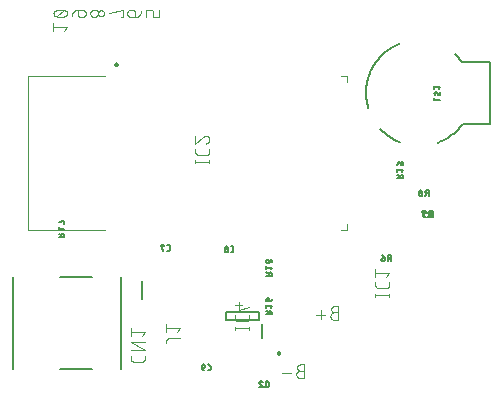
<source format=gbr>
G04 EAGLE Gerber RS-274X export*
G75*
%MOMM*%
%FSLAX34Y34*%
%LPD*%
%INSilkscreen Bottom*%
%IPPOS*%
%AMOC8*
5,1,8,0,0,1.08239X$1,22.5*%
G01*
%ADD10C,0.101600*%
%ADD11C,0.127000*%
%ADD12C,0.100000*%
%ADD13C,0.200000*%
%ADD14C,0.200000*%
%ADD15C,0.203200*%
%ADD16C,0.177800*%


D10*
X40696Y312171D02*
X43292Y315416D01*
X31608Y315416D01*
X31608Y312171D02*
X31608Y318662D01*
X37450Y323601D02*
X37680Y323604D01*
X37910Y323612D01*
X38139Y323626D01*
X38368Y323645D01*
X38597Y323670D01*
X38824Y323700D01*
X39052Y323735D01*
X39278Y323776D01*
X39503Y323822D01*
X39727Y323874D01*
X39949Y323931D01*
X40171Y323993D01*
X40390Y324061D01*
X40608Y324134D01*
X40825Y324212D01*
X41039Y324295D01*
X41251Y324383D01*
X41461Y324476D01*
X41669Y324575D01*
X41669Y324574D02*
X41759Y324607D01*
X41848Y324643D01*
X41936Y324683D01*
X42021Y324727D01*
X42105Y324774D01*
X42187Y324824D01*
X42267Y324878D01*
X42344Y324934D01*
X42420Y324994D01*
X42493Y325057D01*
X42563Y325122D01*
X42631Y325191D01*
X42695Y325262D01*
X42757Y325335D01*
X42816Y325411D01*
X42872Y325489D01*
X42925Y325570D01*
X42974Y325652D01*
X43020Y325736D01*
X43063Y325823D01*
X43102Y325910D01*
X43138Y326000D01*
X43170Y326090D01*
X43198Y326182D01*
X43223Y326275D01*
X43244Y326369D01*
X43261Y326463D01*
X43275Y326558D01*
X43284Y326654D01*
X43290Y326750D01*
X43292Y326846D01*
X43290Y326942D01*
X43284Y327038D01*
X43275Y327134D01*
X43261Y327229D01*
X43244Y327323D01*
X43223Y327417D01*
X43198Y327510D01*
X43170Y327602D01*
X43138Y327692D01*
X43102Y327782D01*
X43063Y327869D01*
X43020Y327956D01*
X42974Y328040D01*
X42925Y328122D01*
X42872Y328203D01*
X42816Y328281D01*
X42757Y328357D01*
X42695Y328430D01*
X42631Y328501D01*
X42563Y328570D01*
X42493Y328635D01*
X42420Y328698D01*
X42344Y328758D01*
X42267Y328814D01*
X42187Y328868D01*
X42105Y328918D01*
X42021Y328965D01*
X41936Y329009D01*
X41848Y329049D01*
X41759Y329085D01*
X41669Y329118D01*
X41669Y329119D02*
X41462Y329218D01*
X41252Y329311D01*
X41039Y329399D01*
X40825Y329482D01*
X40609Y329560D01*
X40391Y329633D01*
X40171Y329701D01*
X39950Y329763D01*
X39727Y329820D01*
X39503Y329872D01*
X39278Y329918D01*
X39052Y329959D01*
X38825Y329994D01*
X38597Y330024D01*
X38368Y330049D01*
X38139Y330068D01*
X37910Y330082D01*
X37680Y330090D01*
X37450Y330093D01*
X37450Y323601D02*
X37220Y323604D01*
X36990Y323612D01*
X36761Y323626D01*
X36532Y323645D01*
X36303Y323670D01*
X36075Y323700D01*
X35848Y323735D01*
X35622Y323776D01*
X35397Y323822D01*
X35173Y323874D01*
X34950Y323931D01*
X34729Y323993D01*
X34509Y324061D01*
X34291Y324134D01*
X34075Y324212D01*
X33861Y324295D01*
X33649Y324383D01*
X33438Y324476D01*
X33231Y324575D01*
X33231Y324574D02*
X33141Y324607D01*
X33052Y324643D01*
X32964Y324684D01*
X32879Y324727D01*
X32795Y324774D01*
X32713Y324824D01*
X32633Y324878D01*
X32556Y324934D01*
X32480Y324994D01*
X32407Y325057D01*
X32337Y325122D01*
X32269Y325191D01*
X32205Y325262D01*
X32143Y325335D01*
X32084Y325411D01*
X32028Y325489D01*
X31975Y325570D01*
X31926Y325652D01*
X31880Y325736D01*
X31837Y325823D01*
X31798Y325910D01*
X31762Y326000D01*
X31730Y326090D01*
X31702Y326182D01*
X31677Y326275D01*
X31656Y326369D01*
X31639Y326463D01*
X31625Y326558D01*
X31616Y326654D01*
X31610Y326750D01*
X31608Y326846D01*
X33231Y329118D02*
X33438Y329217D01*
X33649Y329310D01*
X33861Y329398D01*
X34075Y329481D01*
X34291Y329559D01*
X34509Y329632D01*
X34729Y329700D01*
X34950Y329762D01*
X35173Y329819D01*
X35397Y329871D01*
X35622Y329917D01*
X35848Y329958D01*
X36075Y329993D01*
X36303Y330023D01*
X36532Y330048D01*
X36761Y330067D01*
X36990Y330081D01*
X37220Y330089D01*
X37450Y330092D01*
X33231Y329118D02*
X33141Y329085D01*
X33052Y329049D01*
X32964Y329009D01*
X32879Y328965D01*
X32795Y328918D01*
X32713Y328868D01*
X32633Y328814D01*
X32556Y328758D01*
X32480Y328698D01*
X32407Y328635D01*
X32337Y328570D01*
X32269Y328501D01*
X32205Y328430D01*
X32143Y328357D01*
X32084Y328281D01*
X32028Y328203D01*
X31975Y328122D01*
X31926Y328040D01*
X31880Y327956D01*
X31837Y327869D01*
X31798Y327782D01*
X31762Y327692D01*
X31730Y327602D01*
X31702Y327510D01*
X31677Y327417D01*
X31656Y327323D01*
X31639Y327229D01*
X31625Y327134D01*
X31616Y327038D01*
X31610Y326942D01*
X31608Y326846D01*
X34204Y324250D02*
X40696Y329443D01*
X109608Y327496D02*
X109608Y323601D01*
X109608Y327496D02*
X109610Y327595D01*
X109616Y327695D01*
X109625Y327794D01*
X109638Y327892D01*
X109655Y327990D01*
X109676Y328088D01*
X109701Y328184D01*
X109729Y328279D01*
X109761Y328373D01*
X109796Y328466D01*
X109835Y328558D01*
X109878Y328648D01*
X109923Y328736D01*
X109973Y328823D01*
X110025Y328907D01*
X110081Y328990D01*
X110139Y329070D01*
X110201Y329148D01*
X110266Y329223D01*
X110334Y329296D01*
X110404Y329366D01*
X110477Y329434D01*
X110552Y329499D01*
X110630Y329561D01*
X110710Y329619D01*
X110793Y329675D01*
X110877Y329727D01*
X110964Y329777D01*
X111052Y329822D01*
X111142Y329865D01*
X111234Y329904D01*
X111327Y329939D01*
X111421Y329971D01*
X111516Y329999D01*
X111612Y330024D01*
X111710Y330045D01*
X111808Y330062D01*
X111906Y330075D01*
X112005Y330084D01*
X112105Y330090D01*
X112204Y330092D01*
X113503Y330092D01*
X113602Y330090D01*
X113702Y330084D01*
X113801Y330075D01*
X113899Y330062D01*
X113997Y330045D01*
X114095Y330024D01*
X114191Y329999D01*
X114286Y329971D01*
X114380Y329939D01*
X114473Y329904D01*
X114565Y329865D01*
X114655Y329822D01*
X114743Y329777D01*
X114830Y329727D01*
X114914Y329675D01*
X114997Y329619D01*
X115077Y329561D01*
X115155Y329499D01*
X115230Y329434D01*
X115303Y329366D01*
X115373Y329296D01*
X115441Y329223D01*
X115506Y329148D01*
X115568Y329070D01*
X115626Y328990D01*
X115682Y328907D01*
X115734Y328823D01*
X115784Y328736D01*
X115829Y328648D01*
X115872Y328558D01*
X115911Y328466D01*
X115946Y328373D01*
X115978Y328279D01*
X116006Y328184D01*
X116031Y328088D01*
X116052Y327990D01*
X116069Y327892D01*
X116082Y327794D01*
X116091Y327695D01*
X116097Y327595D01*
X116099Y327496D01*
X116099Y323601D01*
X121292Y323601D01*
X121292Y330092D01*
X100499Y327496D02*
X100499Y323601D01*
X100499Y327496D02*
X100497Y327595D01*
X100491Y327695D01*
X100482Y327794D01*
X100469Y327892D01*
X100452Y327990D01*
X100431Y328088D01*
X100406Y328184D01*
X100378Y328279D01*
X100346Y328373D01*
X100311Y328466D01*
X100272Y328558D01*
X100229Y328648D01*
X100184Y328736D01*
X100134Y328823D01*
X100082Y328907D01*
X100026Y328990D01*
X99968Y329070D01*
X99906Y329148D01*
X99841Y329223D01*
X99773Y329296D01*
X99703Y329366D01*
X99630Y329434D01*
X99555Y329499D01*
X99477Y329561D01*
X99397Y329619D01*
X99314Y329675D01*
X99230Y329727D01*
X99143Y329777D01*
X99055Y329822D01*
X98965Y329865D01*
X98873Y329904D01*
X98780Y329939D01*
X98686Y329971D01*
X98591Y329999D01*
X98495Y330024D01*
X98397Y330045D01*
X98299Y330062D01*
X98201Y330075D01*
X98102Y330084D01*
X98002Y330090D01*
X97903Y330092D01*
X97254Y330092D01*
X97141Y330090D01*
X97028Y330084D01*
X96915Y330074D01*
X96802Y330060D01*
X96690Y330043D01*
X96579Y330021D01*
X96469Y329996D01*
X96359Y329966D01*
X96251Y329933D01*
X96144Y329896D01*
X96038Y329856D01*
X95934Y329811D01*
X95831Y329763D01*
X95730Y329712D01*
X95631Y329657D01*
X95534Y329599D01*
X95439Y329537D01*
X95346Y329472D01*
X95256Y329404D01*
X95168Y329333D01*
X95082Y329258D01*
X94999Y329181D01*
X94919Y329101D01*
X94842Y329018D01*
X94767Y328932D01*
X94696Y328844D01*
X94628Y328754D01*
X94563Y328661D01*
X94501Y328566D01*
X94443Y328469D01*
X94388Y328370D01*
X94337Y328269D01*
X94289Y328166D01*
X94244Y328062D01*
X94204Y327956D01*
X94167Y327849D01*
X94134Y327741D01*
X94104Y327631D01*
X94079Y327521D01*
X94057Y327410D01*
X94040Y327298D01*
X94026Y327185D01*
X94016Y327072D01*
X94010Y326959D01*
X94008Y326846D01*
X94010Y326733D01*
X94016Y326620D01*
X94026Y326507D01*
X94040Y326394D01*
X94057Y326282D01*
X94079Y326171D01*
X94104Y326061D01*
X94134Y325951D01*
X94167Y325843D01*
X94204Y325736D01*
X94244Y325630D01*
X94289Y325526D01*
X94337Y325423D01*
X94388Y325322D01*
X94443Y325223D01*
X94501Y325126D01*
X94563Y325031D01*
X94628Y324938D01*
X94696Y324848D01*
X94767Y324760D01*
X94842Y324674D01*
X94919Y324591D01*
X94999Y324511D01*
X95082Y324434D01*
X95168Y324359D01*
X95256Y324288D01*
X95346Y324220D01*
X95439Y324155D01*
X95534Y324093D01*
X95631Y324035D01*
X95730Y323980D01*
X95831Y323929D01*
X95934Y323881D01*
X96038Y323836D01*
X96144Y323796D01*
X96251Y323759D01*
X96359Y323726D01*
X96469Y323696D01*
X96579Y323671D01*
X96690Y323649D01*
X96802Y323632D01*
X96915Y323618D01*
X97028Y323608D01*
X97141Y323602D01*
X97254Y323600D01*
X97254Y323601D02*
X100499Y323601D01*
X100642Y323603D01*
X100785Y323609D01*
X100928Y323619D01*
X101070Y323633D01*
X101212Y323650D01*
X101354Y323672D01*
X101495Y323697D01*
X101635Y323727D01*
X101774Y323760D01*
X101912Y323797D01*
X102049Y323838D01*
X102185Y323882D01*
X102320Y323931D01*
X102453Y323983D01*
X102585Y324038D01*
X102715Y324098D01*
X102844Y324161D01*
X102971Y324227D01*
X103095Y324297D01*
X103218Y324370D01*
X103339Y324447D01*
X103458Y324527D01*
X103574Y324610D01*
X103689Y324696D01*
X103800Y324785D01*
X103910Y324878D01*
X104016Y324973D01*
X104120Y325072D01*
X104221Y325173D01*
X104320Y325277D01*
X104415Y325383D01*
X104508Y325493D01*
X104597Y325604D01*
X104683Y325719D01*
X104766Y325835D01*
X104846Y325954D01*
X104923Y326075D01*
X104996Y326197D01*
X105066Y326322D01*
X105132Y326449D01*
X105195Y326578D01*
X105255Y326708D01*
X105310Y326840D01*
X105362Y326973D01*
X105411Y327108D01*
X105455Y327244D01*
X105496Y327381D01*
X105533Y327519D01*
X105566Y327658D01*
X105596Y327798D01*
X105621Y327939D01*
X105643Y328081D01*
X105660Y328223D01*
X105674Y328365D01*
X105684Y328508D01*
X105690Y328651D01*
X105692Y328794D01*
X90092Y323601D02*
X88794Y323601D01*
X90092Y323601D02*
X90092Y330092D01*
X78408Y326846D01*
X66054Y323600D02*
X66167Y323602D01*
X66280Y323608D01*
X66393Y323618D01*
X66506Y323632D01*
X66618Y323649D01*
X66729Y323671D01*
X66839Y323696D01*
X66949Y323726D01*
X67057Y323759D01*
X67164Y323796D01*
X67270Y323836D01*
X67374Y323881D01*
X67477Y323929D01*
X67578Y323980D01*
X67677Y324035D01*
X67774Y324093D01*
X67869Y324155D01*
X67962Y324220D01*
X68052Y324288D01*
X68140Y324359D01*
X68226Y324434D01*
X68309Y324511D01*
X68389Y324591D01*
X68466Y324674D01*
X68541Y324760D01*
X68612Y324848D01*
X68680Y324938D01*
X68745Y325031D01*
X68807Y325126D01*
X68865Y325223D01*
X68920Y325322D01*
X68971Y325423D01*
X69019Y325526D01*
X69064Y325630D01*
X69104Y325736D01*
X69141Y325843D01*
X69174Y325951D01*
X69204Y326061D01*
X69229Y326171D01*
X69251Y326282D01*
X69268Y326394D01*
X69282Y326507D01*
X69292Y326620D01*
X69298Y326733D01*
X69300Y326846D01*
X69298Y326959D01*
X69292Y327072D01*
X69282Y327185D01*
X69268Y327298D01*
X69251Y327410D01*
X69229Y327521D01*
X69204Y327631D01*
X69174Y327741D01*
X69141Y327849D01*
X69104Y327956D01*
X69064Y328062D01*
X69019Y328166D01*
X68971Y328269D01*
X68920Y328370D01*
X68865Y328469D01*
X68807Y328566D01*
X68745Y328661D01*
X68680Y328754D01*
X68612Y328844D01*
X68541Y328932D01*
X68466Y329018D01*
X68389Y329101D01*
X68309Y329181D01*
X68226Y329258D01*
X68140Y329333D01*
X68052Y329404D01*
X67962Y329472D01*
X67869Y329537D01*
X67774Y329599D01*
X67677Y329657D01*
X67578Y329712D01*
X67477Y329763D01*
X67374Y329811D01*
X67270Y329856D01*
X67164Y329896D01*
X67057Y329933D01*
X66949Y329966D01*
X66839Y329996D01*
X66729Y330021D01*
X66618Y330043D01*
X66506Y330060D01*
X66393Y330074D01*
X66280Y330084D01*
X66167Y330090D01*
X66054Y330092D01*
X65941Y330090D01*
X65828Y330084D01*
X65715Y330074D01*
X65602Y330060D01*
X65490Y330043D01*
X65379Y330021D01*
X65269Y329996D01*
X65159Y329966D01*
X65051Y329933D01*
X64944Y329896D01*
X64838Y329856D01*
X64734Y329811D01*
X64631Y329763D01*
X64530Y329712D01*
X64431Y329657D01*
X64334Y329599D01*
X64239Y329537D01*
X64146Y329472D01*
X64056Y329404D01*
X63968Y329333D01*
X63882Y329258D01*
X63799Y329181D01*
X63719Y329101D01*
X63642Y329018D01*
X63567Y328932D01*
X63496Y328844D01*
X63428Y328754D01*
X63363Y328661D01*
X63301Y328566D01*
X63243Y328469D01*
X63188Y328370D01*
X63137Y328269D01*
X63089Y328166D01*
X63044Y328062D01*
X63004Y327956D01*
X62967Y327849D01*
X62934Y327741D01*
X62904Y327631D01*
X62879Y327521D01*
X62857Y327410D01*
X62840Y327298D01*
X62826Y327185D01*
X62816Y327072D01*
X62810Y326959D01*
X62808Y326846D01*
X62810Y326733D01*
X62816Y326620D01*
X62826Y326507D01*
X62840Y326394D01*
X62857Y326282D01*
X62879Y326171D01*
X62904Y326061D01*
X62934Y325951D01*
X62967Y325843D01*
X63004Y325736D01*
X63044Y325630D01*
X63089Y325526D01*
X63137Y325423D01*
X63188Y325322D01*
X63243Y325223D01*
X63301Y325126D01*
X63363Y325031D01*
X63428Y324938D01*
X63496Y324848D01*
X63567Y324760D01*
X63642Y324674D01*
X63719Y324591D01*
X63799Y324511D01*
X63882Y324434D01*
X63968Y324359D01*
X64056Y324288D01*
X64146Y324220D01*
X64239Y324155D01*
X64334Y324093D01*
X64431Y324035D01*
X64530Y323980D01*
X64631Y323929D01*
X64734Y323881D01*
X64838Y323836D01*
X64944Y323796D01*
X65051Y323759D01*
X65159Y323726D01*
X65269Y323696D01*
X65379Y323671D01*
X65490Y323649D01*
X65602Y323632D01*
X65715Y323618D01*
X65828Y323608D01*
X65941Y323602D01*
X66054Y323600D01*
X71896Y324250D02*
X71997Y324252D01*
X72097Y324258D01*
X72197Y324268D01*
X72297Y324281D01*
X72396Y324299D01*
X72495Y324320D01*
X72592Y324345D01*
X72689Y324374D01*
X72784Y324407D01*
X72878Y324443D01*
X72970Y324483D01*
X73061Y324526D01*
X73150Y324573D01*
X73237Y324623D01*
X73323Y324677D01*
X73406Y324734D01*
X73486Y324794D01*
X73565Y324857D01*
X73641Y324924D01*
X73714Y324993D01*
X73784Y325065D01*
X73852Y325139D01*
X73917Y325216D01*
X73978Y325296D01*
X74037Y325378D01*
X74092Y325462D01*
X74144Y325548D01*
X74193Y325636D01*
X74238Y325726D01*
X74280Y325818D01*
X74318Y325911D01*
X74352Y326006D01*
X74383Y326101D01*
X74410Y326198D01*
X74433Y326296D01*
X74453Y326395D01*
X74468Y326495D01*
X74480Y326595D01*
X74488Y326695D01*
X74492Y326796D01*
X74492Y326896D01*
X74488Y326997D01*
X74480Y327097D01*
X74468Y327197D01*
X74453Y327297D01*
X74433Y327396D01*
X74410Y327494D01*
X74383Y327591D01*
X74352Y327686D01*
X74318Y327781D01*
X74280Y327874D01*
X74238Y327966D01*
X74193Y328056D01*
X74144Y328144D01*
X74092Y328230D01*
X74037Y328314D01*
X73978Y328396D01*
X73917Y328476D01*
X73852Y328553D01*
X73784Y328627D01*
X73714Y328699D01*
X73641Y328768D01*
X73565Y328835D01*
X73486Y328898D01*
X73406Y328958D01*
X73323Y329015D01*
X73237Y329069D01*
X73150Y329119D01*
X73061Y329166D01*
X72970Y329209D01*
X72878Y329249D01*
X72784Y329285D01*
X72689Y329318D01*
X72592Y329347D01*
X72495Y329372D01*
X72396Y329393D01*
X72297Y329411D01*
X72197Y329424D01*
X72097Y329434D01*
X71997Y329440D01*
X71896Y329442D01*
X71795Y329440D01*
X71695Y329434D01*
X71595Y329424D01*
X71495Y329411D01*
X71396Y329393D01*
X71297Y329372D01*
X71200Y329347D01*
X71103Y329318D01*
X71008Y329285D01*
X70914Y329249D01*
X70822Y329209D01*
X70731Y329166D01*
X70642Y329119D01*
X70555Y329069D01*
X70469Y329015D01*
X70386Y328958D01*
X70306Y328898D01*
X70227Y328835D01*
X70151Y328768D01*
X70078Y328699D01*
X70008Y328627D01*
X69940Y328553D01*
X69875Y328476D01*
X69814Y328396D01*
X69755Y328314D01*
X69700Y328230D01*
X69648Y328144D01*
X69599Y328056D01*
X69554Y327966D01*
X69512Y327874D01*
X69474Y327781D01*
X69440Y327686D01*
X69409Y327591D01*
X69382Y327494D01*
X69359Y327396D01*
X69339Y327297D01*
X69324Y327197D01*
X69312Y327097D01*
X69304Y326997D01*
X69300Y326896D01*
X69300Y326796D01*
X69304Y326695D01*
X69312Y326595D01*
X69324Y326495D01*
X69339Y326395D01*
X69359Y326296D01*
X69382Y326198D01*
X69409Y326101D01*
X69440Y326006D01*
X69474Y325911D01*
X69512Y325818D01*
X69554Y325726D01*
X69599Y325636D01*
X69648Y325548D01*
X69700Y325462D01*
X69755Y325378D01*
X69814Y325296D01*
X69875Y325216D01*
X69940Y325139D01*
X70008Y325065D01*
X70078Y324993D01*
X70151Y324924D01*
X70227Y324857D01*
X70306Y324794D01*
X70386Y324734D01*
X70469Y324677D01*
X70555Y324623D01*
X70642Y324573D01*
X70731Y324526D01*
X70822Y324483D01*
X70914Y324443D01*
X71008Y324407D01*
X71103Y324374D01*
X71200Y324345D01*
X71297Y324320D01*
X71396Y324299D01*
X71495Y324281D01*
X71595Y324268D01*
X71695Y324258D01*
X71795Y324252D01*
X71896Y324250D01*
X52401Y326197D02*
X52401Y330092D01*
X52401Y326197D02*
X52403Y326098D01*
X52409Y325998D01*
X52418Y325899D01*
X52431Y325801D01*
X52448Y325703D01*
X52469Y325605D01*
X52494Y325509D01*
X52522Y325414D01*
X52554Y325320D01*
X52589Y325227D01*
X52628Y325135D01*
X52671Y325045D01*
X52716Y324957D01*
X52766Y324870D01*
X52818Y324786D01*
X52874Y324703D01*
X52932Y324623D01*
X52994Y324545D01*
X53059Y324470D01*
X53127Y324397D01*
X53197Y324327D01*
X53270Y324259D01*
X53345Y324194D01*
X53423Y324132D01*
X53503Y324074D01*
X53586Y324018D01*
X53670Y323966D01*
X53757Y323916D01*
X53845Y323871D01*
X53935Y323828D01*
X54027Y323789D01*
X54120Y323754D01*
X54214Y323722D01*
X54309Y323694D01*
X54405Y323669D01*
X54503Y323648D01*
X54601Y323631D01*
X54699Y323618D01*
X54798Y323609D01*
X54898Y323603D01*
X54997Y323601D01*
X55646Y323601D01*
X55646Y323600D02*
X55759Y323602D01*
X55872Y323608D01*
X55985Y323618D01*
X56098Y323632D01*
X56210Y323649D01*
X56321Y323671D01*
X56431Y323696D01*
X56541Y323726D01*
X56649Y323759D01*
X56756Y323796D01*
X56862Y323836D01*
X56966Y323881D01*
X57069Y323929D01*
X57170Y323980D01*
X57269Y324035D01*
X57366Y324093D01*
X57461Y324155D01*
X57554Y324220D01*
X57644Y324288D01*
X57732Y324359D01*
X57818Y324434D01*
X57901Y324511D01*
X57981Y324591D01*
X58058Y324674D01*
X58133Y324760D01*
X58204Y324848D01*
X58272Y324938D01*
X58337Y325031D01*
X58399Y325126D01*
X58457Y325223D01*
X58512Y325322D01*
X58563Y325423D01*
X58611Y325526D01*
X58656Y325630D01*
X58696Y325736D01*
X58733Y325843D01*
X58766Y325951D01*
X58796Y326061D01*
X58821Y326171D01*
X58843Y326282D01*
X58860Y326394D01*
X58874Y326507D01*
X58884Y326620D01*
X58890Y326733D01*
X58892Y326846D01*
X58890Y326959D01*
X58884Y327072D01*
X58874Y327185D01*
X58860Y327298D01*
X58843Y327410D01*
X58821Y327521D01*
X58796Y327631D01*
X58766Y327741D01*
X58733Y327849D01*
X58696Y327956D01*
X58656Y328062D01*
X58611Y328166D01*
X58563Y328269D01*
X58512Y328370D01*
X58457Y328469D01*
X58399Y328566D01*
X58337Y328661D01*
X58272Y328754D01*
X58204Y328844D01*
X58133Y328932D01*
X58058Y329018D01*
X57981Y329101D01*
X57901Y329181D01*
X57818Y329258D01*
X57732Y329333D01*
X57644Y329404D01*
X57554Y329472D01*
X57461Y329537D01*
X57366Y329599D01*
X57269Y329657D01*
X57170Y329712D01*
X57069Y329763D01*
X56966Y329811D01*
X56862Y329856D01*
X56756Y329896D01*
X56649Y329933D01*
X56541Y329966D01*
X56431Y329996D01*
X56321Y330021D01*
X56210Y330043D01*
X56098Y330060D01*
X55985Y330074D01*
X55872Y330084D01*
X55759Y330090D01*
X55646Y330092D01*
X52401Y330092D01*
X52258Y330090D01*
X52115Y330084D01*
X51972Y330074D01*
X51830Y330060D01*
X51688Y330043D01*
X51546Y330021D01*
X51405Y329996D01*
X51265Y329966D01*
X51126Y329933D01*
X50988Y329896D01*
X50851Y329855D01*
X50715Y329811D01*
X50580Y329762D01*
X50447Y329710D01*
X50315Y329655D01*
X50185Y329595D01*
X50056Y329532D01*
X49929Y329466D01*
X49805Y329396D01*
X49682Y329323D01*
X49561Y329246D01*
X49442Y329166D01*
X49326Y329083D01*
X49211Y328997D01*
X49100Y328908D01*
X48990Y328815D01*
X48884Y328720D01*
X48780Y328621D01*
X48679Y328520D01*
X48580Y328416D01*
X48485Y328310D01*
X48392Y328200D01*
X48303Y328089D01*
X48217Y327974D01*
X48134Y327858D01*
X48054Y327739D01*
X47977Y327618D01*
X47904Y327496D01*
X47834Y327371D01*
X47768Y327244D01*
X47705Y327115D01*
X47645Y326985D01*
X47590Y326853D01*
X47538Y326720D01*
X47489Y326585D01*
X47445Y326449D01*
X47404Y326312D01*
X47367Y326174D01*
X47334Y326035D01*
X47304Y325895D01*
X47279Y325754D01*
X47257Y325612D01*
X47240Y325470D01*
X47226Y325328D01*
X47216Y325185D01*
X47210Y325042D01*
X47208Y324899D01*
X269346Y73799D02*
X272592Y73799D01*
X269346Y73800D02*
X269233Y73798D01*
X269120Y73792D01*
X269007Y73782D01*
X268894Y73768D01*
X268782Y73751D01*
X268671Y73729D01*
X268561Y73704D01*
X268451Y73674D01*
X268343Y73641D01*
X268236Y73604D01*
X268130Y73564D01*
X268026Y73519D01*
X267923Y73471D01*
X267822Y73420D01*
X267723Y73365D01*
X267626Y73307D01*
X267531Y73245D01*
X267438Y73180D01*
X267348Y73112D01*
X267260Y73041D01*
X267174Y72966D01*
X267091Y72889D01*
X267011Y72809D01*
X266934Y72726D01*
X266859Y72640D01*
X266788Y72552D01*
X266720Y72462D01*
X266655Y72369D01*
X266593Y72274D01*
X266535Y72177D01*
X266480Y72078D01*
X266429Y71977D01*
X266381Y71874D01*
X266336Y71770D01*
X266296Y71664D01*
X266259Y71557D01*
X266226Y71449D01*
X266196Y71339D01*
X266171Y71229D01*
X266149Y71118D01*
X266132Y71006D01*
X266118Y70893D01*
X266108Y70780D01*
X266102Y70667D01*
X266100Y70554D01*
X266102Y70441D01*
X266108Y70328D01*
X266118Y70215D01*
X266132Y70102D01*
X266149Y69990D01*
X266171Y69879D01*
X266196Y69769D01*
X266226Y69659D01*
X266259Y69551D01*
X266296Y69444D01*
X266336Y69338D01*
X266381Y69234D01*
X266429Y69131D01*
X266480Y69030D01*
X266535Y68931D01*
X266593Y68834D01*
X266655Y68739D01*
X266720Y68646D01*
X266788Y68556D01*
X266859Y68468D01*
X266934Y68382D01*
X267011Y68299D01*
X267091Y68219D01*
X267174Y68142D01*
X267260Y68067D01*
X267348Y67996D01*
X267438Y67928D01*
X267531Y67863D01*
X267626Y67801D01*
X267723Y67743D01*
X267822Y67688D01*
X267923Y67637D01*
X268026Y67589D01*
X268130Y67544D01*
X268236Y67504D01*
X268343Y67467D01*
X268451Y67434D01*
X268561Y67404D01*
X268671Y67379D01*
X268782Y67357D01*
X268894Y67340D01*
X269007Y67326D01*
X269120Y67316D01*
X269233Y67310D01*
X269346Y67308D01*
X272592Y67308D01*
X272592Y78992D01*
X269346Y78992D01*
X269245Y78990D01*
X269145Y78984D01*
X269045Y78974D01*
X268945Y78961D01*
X268846Y78943D01*
X268747Y78922D01*
X268650Y78897D01*
X268553Y78868D01*
X268458Y78835D01*
X268364Y78799D01*
X268272Y78759D01*
X268181Y78716D01*
X268092Y78669D01*
X268005Y78619D01*
X267919Y78565D01*
X267836Y78508D01*
X267756Y78448D01*
X267677Y78385D01*
X267601Y78318D01*
X267528Y78249D01*
X267458Y78177D01*
X267390Y78103D01*
X267325Y78026D01*
X267264Y77946D01*
X267205Y77864D01*
X267150Y77780D01*
X267098Y77694D01*
X267049Y77606D01*
X267004Y77516D01*
X266962Y77424D01*
X266924Y77331D01*
X266890Y77236D01*
X266859Y77141D01*
X266832Y77044D01*
X266809Y76946D01*
X266789Y76847D01*
X266774Y76747D01*
X266762Y76647D01*
X266754Y76547D01*
X266750Y76446D01*
X266750Y76346D01*
X266754Y76245D01*
X266762Y76145D01*
X266774Y76045D01*
X266789Y75945D01*
X266809Y75846D01*
X266832Y75748D01*
X266859Y75651D01*
X266890Y75556D01*
X266924Y75461D01*
X266962Y75368D01*
X267004Y75276D01*
X267049Y75186D01*
X267098Y75098D01*
X267150Y75012D01*
X267205Y74928D01*
X267264Y74846D01*
X267325Y74766D01*
X267390Y74689D01*
X267458Y74615D01*
X267528Y74543D01*
X267601Y74474D01*
X267677Y74407D01*
X267756Y74344D01*
X267836Y74284D01*
X267919Y74227D01*
X268005Y74173D01*
X268092Y74123D01*
X268181Y74076D01*
X268272Y74033D01*
X268364Y73993D01*
X268458Y73957D01*
X268553Y73924D01*
X268650Y73895D01*
X268747Y73870D01*
X268846Y73849D01*
X268945Y73831D01*
X269045Y73818D01*
X269145Y73808D01*
X269245Y73802D01*
X269346Y73800D01*
X261599Y71852D02*
X253810Y71852D01*
X257705Y75746D02*
X257705Y67957D01*
X243690Y24399D02*
X240444Y24399D01*
X240444Y24400D02*
X240331Y24398D01*
X240218Y24392D01*
X240105Y24382D01*
X239992Y24368D01*
X239880Y24351D01*
X239769Y24329D01*
X239659Y24304D01*
X239549Y24274D01*
X239441Y24241D01*
X239334Y24204D01*
X239228Y24164D01*
X239124Y24119D01*
X239021Y24071D01*
X238920Y24020D01*
X238821Y23965D01*
X238724Y23907D01*
X238629Y23845D01*
X238536Y23780D01*
X238446Y23712D01*
X238358Y23641D01*
X238272Y23566D01*
X238189Y23489D01*
X238109Y23409D01*
X238032Y23326D01*
X237957Y23240D01*
X237886Y23152D01*
X237818Y23062D01*
X237753Y22969D01*
X237691Y22874D01*
X237633Y22777D01*
X237578Y22678D01*
X237527Y22577D01*
X237479Y22474D01*
X237434Y22370D01*
X237394Y22264D01*
X237357Y22157D01*
X237324Y22049D01*
X237294Y21939D01*
X237269Y21829D01*
X237247Y21718D01*
X237230Y21606D01*
X237216Y21493D01*
X237206Y21380D01*
X237200Y21267D01*
X237198Y21154D01*
X237200Y21041D01*
X237206Y20928D01*
X237216Y20815D01*
X237230Y20702D01*
X237247Y20590D01*
X237269Y20479D01*
X237294Y20369D01*
X237324Y20259D01*
X237357Y20151D01*
X237394Y20044D01*
X237434Y19938D01*
X237479Y19834D01*
X237527Y19731D01*
X237578Y19630D01*
X237633Y19531D01*
X237691Y19434D01*
X237753Y19339D01*
X237818Y19246D01*
X237886Y19156D01*
X237957Y19068D01*
X238032Y18982D01*
X238109Y18899D01*
X238189Y18819D01*
X238272Y18742D01*
X238358Y18667D01*
X238446Y18596D01*
X238536Y18528D01*
X238629Y18463D01*
X238724Y18401D01*
X238821Y18343D01*
X238920Y18288D01*
X239021Y18237D01*
X239124Y18189D01*
X239228Y18144D01*
X239334Y18104D01*
X239441Y18067D01*
X239549Y18034D01*
X239659Y18004D01*
X239769Y17979D01*
X239880Y17957D01*
X239992Y17940D01*
X240105Y17926D01*
X240218Y17916D01*
X240331Y17910D01*
X240444Y17908D01*
X243690Y17908D01*
X243690Y29592D01*
X240444Y29592D01*
X240343Y29590D01*
X240243Y29584D01*
X240143Y29574D01*
X240043Y29561D01*
X239944Y29543D01*
X239845Y29522D01*
X239748Y29497D01*
X239651Y29468D01*
X239556Y29435D01*
X239462Y29399D01*
X239370Y29359D01*
X239279Y29316D01*
X239190Y29269D01*
X239103Y29219D01*
X239017Y29165D01*
X238934Y29108D01*
X238854Y29048D01*
X238775Y28985D01*
X238699Y28918D01*
X238626Y28849D01*
X238556Y28777D01*
X238488Y28703D01*
X238423Y28626D01*
X238362Y28546D01*
X238303Y28464D01*
X238248Y28380D01*
X238196Y28294D01*
X238147Y28206D01*
X238102Y28116D01*
X238060Y28024D01*
X238022Y27931D01*
X237988Y27836D01*
X237957Y27741D01*
X237930Y27644D01*
X237907Y27546D01*
X237887Y27447D01*
X237872Y27347D01*
X237860Y27247D01*
X237852Y27147D01*
X237848Y27046D01*
X237848Y26946D01*
X237852Y26845D01*
X237860Y26745D01*
X237872Y26645D01*
X237887Y26545D01*
X237907Y26446D01*
X237930Y26348D01*
X237957Y26251D01*
X237988Y26156D01*
X238022Y26061D01*
X238060Y25968D01*
X238102Y25876D01*
X238147Y25786D01*
X238196Y25698D01*
X238248Y25612D01*
X238303Y25528D01*
X238362Y25446D01*
X238423Y25366D01*
X238488Y25289D01*
X238556Y25215D01*
X238626Y25143D01*
X238699Y25074D01*
X238775Y25007D01*
X238854Y24944D01*
X238934Y24884D01*
X239017Y24827D01*
X239103Y24773D01*
X239190Y24723D01*
X239279Y24676D01*
X239370Y24633D01*
X239462Y24593D01*
X239556Y24557D01*
X239651Y24524D01*
X239748Y24495D01*
X239845Y24470D01*
X239944Y24449D01*
X240043Y24431D01*
X240143Y24418D01*
X240243Y24408D01*
X240343Y24402D01*
X240444Y24400D01*
X232697Y22452D02*
X224908Y22452D01*
D11*
X129068Y125955D02*
X127996Y125955D01*
X129068Y125955D02*
X129133Y125957D01*
X129197Y125963D01*
X129261Y125973D01*
X129325Y125986D01*
X129387Y126004D01*
X129448Y126025D01*
X129508Y126049D01*
X129566Y126078D01*
X129623Y126110D01*
X129677Y126145D01*
X129729Y126183D01*
X129779Y126225D01*
X129826Y126269D01*
X129870Y126316D01*
X129912Y126366D01*
X129950Y126418D01*
X129985Y126472D01*
X130017Y126529D01*
X130046Y126587D01*
X130070Y126647D01*
X130091Y126708D01*
X130109Y126770D01*
X130122Y126834D01*
X130132Y126898D01*
X130138Y126962D01*
X130140Y127027D01*
X130141Y127027D02*
X130141Y129709D01*
X130140Y129709D02*
X130138Y129774D01*
X130132Y129838D01*
X130122Y129902D01*
X130109Y129966D01*
X130091Y130028D01*
X130070Y130089D01*
X130046Y130149D01*
X130017Y130207D01*
X129985Y130264D01*
X129950Y130318D01*
X129912Y130370D01*
X129870Y130420D01*
X129826Y130467D01*
X129779Y130511D01*
X129729Y130553D01*
X129677Y130591D01*
X129623Y130626D01*
X129566Y130658D01*
X129508Y130687D01*
X129448Y130711D01*
X129387Y130732D01*
X129325Y130750D01*
X129261Y130763D01*
X129197Y130773D01*
X129133Y130779D01*
X129068Y130781D01*
X127996Y130781D01*
X125540Y130781D02*
X125540Y130245D01*
X125540Y130781D02*
X122859Y130781D01*
X124200Y125955D01*
X181796Y124755D02*
X182868Y124755D01*
X182933Y124757D01*
X182997Y124763D01*
X183061Y124773D01*
X183125Y124786D01*
X183187Y124804D01*
X183248Y124825D01*
X183308Y124849D01*
X183366Y124878D01*
X183423Y124910D01*
X183477Y124945D01*
X183529Y124983D01*
X183579Y125025D01*
X183626Y125069D01*
X183670Y125116D01*
X183712Y125166D01*
X183750Y125218D01*
X183785Y125272D01*
X183817Y125329D01*
X183846Y125387D01*
X183870Y125447D01*
X183891Y125508D01*
X183909Y125570D01*
X183922Y125634D01*
X183932Y125698D01*
X183938Y125762D01*
X183940Y125827D01*
X183941Y125827D02*
X183941Y128509D01*
X183940Y128509D02*
X183938Y128574D01*
X183932Y128638D01*
X183922Y128702D01*
X183909Y128766D01*
X183891Y128828D01*
X183870Y128889D01*
X183846Y128949D01*
X183817Y129007D01*
X183785Y129064D01*
X183750Y129118D01*
X183712Y129170D01*
X183670Y129220D01*
X183626Y129267D01*
X183579Y129311D01*
X183529Y129353D01*
X183477Y129391D01*
X183423Y129426D01*
X183366Y129458D01*
X183308Y129487D01*
X183248Y129511D01*
X183187Y129532D01*
X183125Y129550D01*
X183061Y129563D01*
X182997Y129573D01*
X182933Y129579D01*
X182868Y129581D01*
X181796Y129581D01*
X179341Y126096D02*
X179339Y126167D01*
X179333Y126239D01*
X179324Y126309D01*
X179311Y126379D01*
X179294Y126449D01*
X179273Y126517D01*
X179249Y126584D01*
X179221Y126650D01*
X179190Y126714D01*
X179155Y126777D01*
X179117Y126837D01*
X179076Y126896D01*
X179032Y126952D01*
X178985Y127006D01*
X178936Y127057D01*
X178883Y127105D01*
X178828Y127151D01*
X178771Y127193D01*
X178711Y127233D01*
X178650Y127269D01*
X178586Y127302D01*
X178521Y127331D01*
X178455Y127357D01*
X178387Y127380D01*
X178318Y127399D01*
X178248Y127414D01*
X178178Y127425D01*
X178107Y127433D01*
X178036Y127437D01*
X177964Y127437D01*
X177893Y127433D01*
X177822Y127425D01*
X177752Y127414D01*
X177682Y127399D01*
X177613Y127380D01*
X177545Y127357D01*
X177479Y127331D01*
X177414Y127302D01*
X177350Y127269D01*
X177289Y127233D01*
X177229Y127193D01*
X177172Y127151D01*
X177117Y127105D01*
X177064Y127057D01*
X177015Y127006D01*
X176968Y126952D01*
X176924Y126896D01*
X176883Y126837D01*
X176845Y126777D01*
X176810Y126714D01*
X176779Y126650D01*
X176751Y126584D01*
X176727Y126517D01*
X176706Y126449D01*
X176689Y126379D01*
X176676Y126309D01*
X176667Y126239D01*
X176661Y126167D01*
X176659Y126096D01*
X176661Y126025D01*
X176667Y125953D01*
X176676Y125883D01*
X176689Y125813D01*
X176706Y125743D01*
X176727Y125675D01*
X176751Y125608D01*
X176779Y125542D01*
X176810Y125478D01*
X176845Y125415D01*
X176883Y125355D01*
X176924Y125296D01*
X176968Y125240D01*
X177015Y125186D01*
X177064Y125135D01*
X177117Y125087D01*
X177172Y125041D01*
X177229Y124999D01*
X177289Y124959D01*
X177350Y124923D01*
X177414Y124890D01*
X177479Y124861D01*
X177545Y124835D01*
X177613Y124812D01*
X177682Y124793D01*
X177752Y124778D01*
X177822Y124767D01*
X177893Y124759D01*
X177964Y124755D01*
X178036Y124755D01*
X178107Y124759D01*
X178178Y124767D01*
X178248Y124778D01*
X178318Y124793D01*
X178387Y124812D01*
X178455Y124835D01*
X178521Y124861D01*
X178586Y124890D01*
X178650Y124923D01*
X178711Y124959D01*
X178771Y124999D01*
X178828Y125041D01*
X178883Y125087D01*
X178936Y125135D01*
X178985Y125186D01*
X179032Y125240D01*
X179076Y125296D01*
X179117Y125355D01*
X179155Y125415D01*
X179190Y125478D01*
X179221Y125542D01*
X179249Y125608D01*
X179273Y125675D01*
X179294Y125743D01*
X179311Y125813D01*
X179324Y125883D01*
X179333Y125953D01*
X179339Y126025D01*
X179341Y126096D01*
X179072Y128509D02*
X179070Y128574D01*
X179064Y128638D01*
X179054Y128702D01*
X179041Y128766D01*
X179023Y128828D01*
X179002Y128889D01*
X178978Y128949D01*
X178949Y129007D01*
X178917Y129064D01*
X178882Y129118D01*
X178844Y129170D01*
X178802Y129220D01*
X178758Y129267D01*
X178711Y129311D01*
X178661Y129353D01*
X178609Y129391D01*
X178555Y129426D01*
X178498Y129458D01*
X178440Y129487D01*
X178380Y129511D01*
X178319Y129532D01*
X178257Y129550D01*
X178193Y129563D01*
X178129Y129573D01*
X178065Y129579D01*
X178000Y129581D01*
X177935Y129579D01*
X177871Y129573D01*
X177807Y129563D01*
X177743Y129550D01*
X177681Y129532D01*
X177620Y129511D01*
X177560Y129487D01*
X177502Y129458D01*
X177445Y129426D01*
X177391Y129391D01*
X177339Y129353D01*
X177289Y129311D01*
X177242Y129267D01*
X177198Y129220D01*
X177156Y129170D01*
X177118Y129118D01*
X177083Y129064D01*
X177051Y129007D01*
X177022Y128949D01*
X176998Y128889D01*
X176977Y128828D01*
X176959Y128766D01*
X176946Y128702D01*
X176936Y128638D01*
X176930Y128574D01*
X176928Y128509D01*
X176930Y128444D01*
X176936Y128380D01*
X176946Y128316D01*
X176959Y128252D01*
X176977Y128190D01*
X176998Y128129D01*
X177022Y128069D01*
X177051Y128011D01*
X177083Y127954D01*
X177118Y127900D01*
X177156Y127848D01*
X177198Y127798D01*
X177242Y127751D01*
X177289Y127707D01*
X177339Y127665D01*
X177391Y127627D01*
X177445Y127592D01*
X177502Y127560D01*
X177560Y127531D01*
X177620Y127507D01*
X177681Y127486D01*
X177743Y127468D01*
X177807Y127455D01*
X177871Y127445D01*
X177935Y127439D01*
X178000Y127437D01*
X178065Y127439D01*
X178129Y127445D01*
X178193Y127455D01*
X178257Y127468D01*
X178319Y127486D01*
X178380Y127507D01*
X178440Y127531D01*
X178498Y127560D01*
X178555Y127592D01*
X178609Y127627D01*
X178661Y127665D01*
X178711Y127707D01*
X178758Y127751D01*
X178802Y127798D01*
X178844Y127848D01*
X178882Y127900D01*
X178917Y127954D01*
X178949Y128011D01*
X178978Y128069D01*
X179002Y128129D01*
X179023Y128190D01*
X179041Y128252D01*
X179054Y128316D01*
X179064Y128380D01*
X179070Y128444D01*
X179072Y128509D01*
X163468Y24755D02*
X162396Y24755D01*
X163468Y24755D02*
X163533Y24757D01*
X163597Y24763D01*
X163661Y24773D01*
X163725Y24786D01*
X163787Y24804D01*
X163848Y24825D01*
X163908Y24849D01*
X163966Y24878D01*
X164023Y24910D01*
X164077Y24945D01*
X164129Y24983D01*
X164179Y25025D01*
X164226Y25069D01*
X164270Y25116D01*
X164312Y25166D01*
X164350Y25218D01*
X164385Y25272D01*
X164417Y25329D01*
X164446Y25387D01*
X164470Y25447D01*
X164491Y25508D01*
X164509Y25570D01*
X164522Y25634D01*
X164532Y25698D01*
X164538Y25762D01*
X164540Y25827D01*
X164541Y25827D02*
X164541Y28509D01*
X164540Y28509D02*
X164538Y28574D01*
X164532Y28638D01*
X164522Y28702D01*
X164509Y28766D01*
X164491Y28828D01*
X164470Y28889D01*
X164446Y28949D01*
X164417Y29007D01*
X164385Y29064D01*
X164350Y29118D01*
X164312Y29170D01*
X164270Y29220D01*
X164226Y29267D01*
X164179Y29311D01*
X164129Y29353D01*
X164077Y29391D01*
X164023Y29426D01*
X163966Y29458D01*
X163908Y29487D01*
X163848Y29511D01*
X163787Y29532D01*
X163725Y29550D01*
X163661Y29563D01*
X163597Y29573D01*
X163533Y29579D01*
X163468Y29581D01*
X162396Y29581D01*
X158868Y26900D02*
X157259Y26900D01*
X158868Y26900D02*
X158933Y26902D01*
X158997Y26908D01*
X159061Y26918D01*
X159125Y26931D01*
X159187Y26949D01*
X159248Y26970D01*
X159308Y26994D01*
X159366Y27023D01*
X159423Y27055D01*
X159477Y27090D01*
X159529Y27128D01*
X159579Y27170D01*
X159626Y27214D01*
X159670Y27261D01*
X159712Y27311D01*
X159750Y27363D01*
X159785Y27417D01*
X159817Y27474D01*
X159846Y27532D01*
X159870Y27592D01*
X159891Y27653D01*
X159909Y27715D01*
X159922Y27779D01*
X159932Y27843D01*
X159938Y27907D01*
X159940Y27972D01*
X159940Y28240D01*
X159941Y28240D02*
X159939Y28311D01*
X159933Y28383D01*
X159924Y28453D01*
X159911Y28523D01*
X159894Y28593D01*
X159873Y28661D01*
X159849Y28728D01*
X159821Y28794D01*
X159790Y28858D01*
X159755Y28921D01*
X159717Y28981D01*
X159676Y29040D01*
X159632Y29096D01*
X159585Y29150D01*
X159536Y29201D01*
X159483Y29249D01*
X159428Y29295D01*
X159371Y29337D01*
X159311Y29377D01*
X159250Y29413D01*
X159186Y29446D01*
X159121Y29475D01*
X159055Y29501D01*
X158987Y29524D01*
X158918Y29543D01*
X158848Y29558D01*
X158778Y29569D01*
X158707Y29577D01*
X158636Y29581D01*
X158564Y29581D01*
X158493Y29577D01*
X158422Y29569D01*
X158352Y29558D01*
X158282Y29543D01*
X158213Y29524D01*
X158145Y29501D01*
X158079Y29475D01*
X158014Y29446D01*
X157950Y29413D01*
X157889Y29377D01*
X157829Y29337D01*
X157772Y29295D01*
X157717Y29249D01*
X157664Y29201D01*
X157615Y29150D01*
X157568Y29096D01*
X157524Y29040D01*
X157483Y28981D01*
X157445Y28921D01*
X157410Y28858D01*
X157379Y28794D01*
X157351Y28728D01*
X157327Y28661D01*
X157306Y28593D01*
X157289Y28523D01*
X157276Y28453D01*
X157267Y28383D01*
X157261Y28311D01*
X157259Y28240D01*
X157259Y26900D01*
X157261Y26809D01*
X157267Y26718D01*
X157276Y26628D01*
X157290Y26537D01*
X157307Y26448D01*
X157328Y26360D01*
X157353Y26272D01*
X157382Y26185D01*
X157414Y26100D01*
X157449Y26016D01*
X157489Y25934D01*
X157531Y25854D01*
X157577Y25775D01*
X157627Y25699D01*
X157679Y25625D01*
X157735Y25552D01*
X157794Y25483D01*
X157855Y25416D01*
X157920Y25351D01*
X157987Y25290D01*
X158056Y25231D01*
X158129Y25175D01*
X158203Y25123D01*
X158279Y25073D01*
X158358Y25027D01*
X158438Y24985D01*
X158520Y24945D01*
X158604Y24910D01*
X158689Y24878D01*
X158776Y24849D01*
X158864Y24824D01*
X158952Y24803D01*
X159041Y24786D01*
X159132Y24772D01*
X159222Y24763D01*
X159313Y24757D01*
X159404Y24755D01*
X89100Y25500D02*
X89100Y103500D01*
X-2900Y103500D02*
X-2900Y25500D01*
X37100Y25500D02*
X64100Y25500D01*
X64100Y103500D02*
X37100Y103500D01*
X89100Y43500D02*
X89100Y32500D01*
X89100Y85500D02*
X89100Y96500D01*
D10*
X97108Y37101D02*
X97108Y34504D01*
X97110Y34405D01*
X97116Y34305D01*
X97125Y34206D01*
X97138Y34108D01*
X97155Y34010D01*
X97176Y33912D01*
X97201Y33816D01*
X97229Y33721D01*
X97261Y33627D01*
X97296Y33534D01*
X97335Y33442D01*
X97378Y33352D01*
X97423Y33264D01*
X97473Y33177D01*
X97525Y33093D01*
X97581Y33010D01*
X97639Y32930D01*
X97701Y32852D01*
X97766Y32777D01*
X97834Y32704D01*
X97904Y32634D01*
X97977Y32566D01*
X98052Y32501D01*
X98130Y32439D01*
X98210Y32381D01*
X98293Y32325D01*
X98377Y32273D01*
X98464Y32223D01*
X98552Y32178D01*
X98642Y32135D01*
X98734Y32096D01*
X98827Y32061D01*
X98921Y32029D01*
X99016Y32001D01*
X99112Y31976D01*
X99210Y31955D01*
X99308Y31938D01*
X99406Y31925D01*
X99505Y31916D01*
X99605Y31910D01*
X99704Y31908D01*
X106196Y31908D01*
X106295Y31910D01*
X106395Y31916D01*
X106494Y31925D01*
X106592Y31938D01*
X106690Y31955D01*
X106788Y31976D01*
X106884Y32001D01*
X106979Y32029D01*
X107073Y32061D01*
X107166Y32096D01*
X107258Y32135D01*
X107348Y32178D01*
X107436Y32223D01*
X107523Y32273D01*
X107607Y32325D01*
X107690Y32381D01*
X107770Y32439D01*
X107848Y32501D01*
X107923Y32566D01*
X107996Y32634D01*
X108066Y32704D01*
X108134Y32777D01*
X108199Y32852D01*
X108261Y32930D01*
X108319Y33010D01*
X108375Y33093D01*
X108427Y33177D01*
X108477Y33264D01*
X108522Y33352D01*
X108565Y33442D01*
X108604Y33534D01*
X108639Y33626D01*
X108671Y33721D01*
X108699Y33816D01*
X108724Y33912D01*
X108745Y34010D01*
X108762Y34108D01*
X108775Y34206D01*
X108784Y34305D01*
X108790Y34405D01*
X108792Y34504D01*
X108792Y37101D01*
X108792Y41847D02*
X97108Y41847D01*
X97108Y48338D02*
X108792Y41847D01*
X108792Y48338D02*
X97108Y48338D01*
X106196Y53658D02*
X108792Y56904D01*
X97108Y56904D01*
X97108Y60149D02*
X97108Y53658D01*
X304108Y88327D02*
X315792Y88327D01*
X304108Y87029D02*
X304108Y89626D01*
X315792Y89626D02*
X315792Y87029D01*
X304108Y96789D02*
X304108Y99386D01*
X304108Y96789D02*
X304110Y96690D01*
X304116Y96590D01*
X304125Y96491D01*
X304138Y96393D01*
X304155Y96295D01*
X304176Y96197D01*
X304201Y96101D01*
X304229Y96006D01*
X304261Y95912D01*
X304296Y95819D01*
X304335Y95727D01*
X304378Y95637D01*
X304423Y95549D01*
X304473Y95462D01*
X304525Y95378D01*
X304581Y95295D01*
X304639Y95215D01*
X304701Y95137D01*
X304766Y95062D01*
X304834Y94989D01*
X304904Y94919D01*
X304977Y94851D01*
X305052Y94786D01*
X305130Y94724D01*
X305210Y94666D01*
X305293Y94610D01*
X305377Y94558D01*
X305464Y94508D01*
X305552Y94463D01*
X305642Y94420D01*
X305734Y94381D01*
X305827Y94346D01*
X305921Y94314D01*
X306016Y94286D01*
X306112Y94261D01*
X306210Y94240D01*
X306308Y94223D01*
X306406Y94210D01*
X306505Y94201D01*
X306605Y94195D01*
X306704Y94193D01*
X313196Y94193D01*
X313295Y94195D01*
X313395Y94201D01*
X313494Y94210D01*
X313592Y94223D01*
X313690Y94240D01*
X313788Y94261D01*
X313884Y94286D01*
X313979Y94314D01*
X314073Y94346D01*
X314166Y94381D01*
X314258Y94420D01*
X314348Y94463D01*
X314436Y94508D01*
X314523Y94558D01*
X314607Y94610D01*
X314690Y94666D01*
X314770Y94724D01*
X314848Y94786D01*
X314923Y94851D01*
X314996Y94919D01*
X315066Y94989D01*
X315134Y95062D01*
X315199Y95137D01*
X315261Y95215D01*
X315319Y95295D01*
X315375Y95378D01*
X315427Y95462D01*
X315477Y95549D01*
X315522Y95637D01*
X315565Y95727D01*
X315604Y95819D01*
X315639Y95911D01*
X315671Y96006D01*
X315699Y96101D01*
X315724Y96197D01*
X315745Y96295D01*
X315762Y96393D01*
X315775Y96491D01*
X315784Y96590D01*
X315790Y96690D01*
X315792Y96789D01*
X315792Y99386D01*
X313196Y103751D02*
X315792Y106996D01*
X304108Y106996D01*
X304108Y103751D02*
X304108Y110242D01*
D12*
X280100Y273500D02*
X275100Y273500D01*
X280100Y273500D02*
X280100Y268500D01*
X280100Y148500D02*
X280100Y143500D01*
X275100Y143500D01*
X75100Y273500D02*
X10100Y273500D01*
X10100Y143500D01*
X75100Y143500D01*
D13*
X84100Y283500D03*
D14*
X84102Y283438D01*
X84108Y283377D01*
X84117Y283316D01*
X84130Y283256D01*
X84147Y283197D01*
X84168Y283139D01*
X84192Y283082D01*
X84219Y283027D01*
X84250Y282974D01*
X84284Y282922D01*
X84321Y282873D01*
X84361Y282826D01*
X84404Y282782D01*
X84449Y282741D01*
X84497Y282702D01*
X84548Y282666D01*
X84600Y282634D01*
X84654Y282605D01*
X84710Y282579D01*
X84768Y282557D01*
X84826Y282538D01*
X84886Y282523D01*
X84947Y282512D01*
X85008Y282504D01*
X85069Y282500D01*
X85131Y282500D01*
X85192Y282504D01*
X85253Y282512D01*
X85314Y282523D01*
X85374Y282538D01*
X85432Y282557D01*
X85490Y282579D01*
X85546Y282605D01*
X85600Y282634D01*
X85652Y282666D01*
X85703Y282702D01*
X85751Y282741D01*
X85796Y282782D01*
X85839Y282826D01*
X85879Y282873D01*
X85916Y282922D01*
X85950Y282974D01*
X85981Y283027D01*
X86008Y283082D01*
X86032Y283139D01*
X86053Y283197D01*
X86070Y283256D01*
X86083Y283316D01*
X86092Y283377D01*
X86098Y283438D01*
X86100Y283500D01*
D13*
X86100Y283500D03*
D14*
X86098Y283562D01*
X86092Y283623D01*
X86083Y283684D01*
X86070Y283744D01*
X86053Y283803D01*
X86032Y283861D01*
X86008Y283918D01*
X85981Y283973D01*
X85950Y284026D01*
X85916Y284078D01*
X85879Y284127D01*
X85839Y284174D01*
X85796Y284218D01*
X85751Y284259D01*
X85703Y284298D01*
X85652Y284334D01*
X85600Y284366D01*
X85546Y284395D01*
X85490Y284421D01*
X85432Y284443D01*
X85374Y284462D01*
X85314Y284477D01*
X85253Y284488D01*
X85192Y284496D01*
X85131Y284500D01*
X85069Y284500D01*
X85008Y284496D01*
X84947Y284488D01*
X84886Y284477D01*
X84826Y284462D01*
X84768Y284443D01*
X84710Y284421D01*
X84654Y284395D01*
X84600Y284366D01*
X84548Y284334D01*
X84497Y284298D01*
X84449Y284259D01*
X84404Y284218D01*
X84361Y284174D01*
X84321Y284127D01*
X84284Y284078D01*
X84250Y284026D01*
X84219Y283973D01*
X84192Y283918D01*
X84168Y283861D01*
X84147Y283803D01*
X84130Y283744D01*
X84117Y283684D01*
X84108Y283623D01*
X84102Y283562D01*
X84100Y283500D01*
D10*
X151758Y201192D02*
X163442Y201192D01*
X151758Y199894D02*
X151758Y202490D01*
X163442Y202490D02*
X163442Y199894D01*
X151758Y209654D02*
X151758Y212250D01*
X151758Y209654D02*
X151760Y209555D01*
X151766Y209455D01*
X151775Y209356D01*
X151788Y209258D01*
X151805Y209160D01*
X151826Y209062D01*
X151851Y208966D01*
X151879Y208871D01*
X151911Y208777D01*
X151946Y208684D01*
X151985Y208592D01*
X152028Y208502D01*
X152073Y208414D01*
X152123Y208327D01*
X152175Y208243D01*
X152231Y208160D01*
X152289Y208080D01*
X152351Y208002D01*
X152416Y207927D01*
X152484Y207854D01*
X152554Y207784D01*
X152627Y207716D01*
X152702Y207651D01*
X152780Y207589D01*
X152860Y207531D01*
X152943Y207475D01*
X153027Y207423D01*
X153114Y207373D01*
X153202Y207328D01*
X153292Y207285D01*
X153384Y207246D01*
X153477Y207211D01*
X153571Y207179D01*
X153666Y207151D01*
X153762Y207126D01*
X153860Y207105D01*
X153958Y207088D01*
X154056Y207075D01*
X154155Y207066D01*
X154255Y207060D01*
X154354Y207058D01*
X154354Y207057D02*
X160846Y207057D01*
X160846Y207058D02*
X160945Y207060D01*
X161045Y207066D01*
X161144Y207075D01*
X161242Y207088D01*
X161340Y207105D01*
X161438Y207126D01*
X161534Y207151D01*
X161629Y207179D01*
X161723Y207211D01*
X161816Y207246D01*
X161908Y207285D01*
X161998Y207328D01*
X162086Y207373D01*
X162173Y207423D01*
X162257Y207475D01*
X162340Y207531D01*
X162420Y207589D01*
X162498Y207651D01*
X162573Y207716D01*
X162646Y207784D01*
X162716Y207854D01*
X162784Y207927D01*
X162849Y208002D01*
X162911Y208080D01*
X162969Y208160D01*
X163025Y208243D01*
X163077Y208327D01*
X163127Y208414D01*
X163172Y208502D01*
X163215Y208592D01*
X163254Y208684D01*
X163289Y208776D01*
X163321Y208871D01*
X163349Y208966D01*
X163374Y209062D01*
X163395Y209160D01*
X163412Y209258D01*
X163425Y209356D01*
X163434Y209455D01*
X163440Y209555D01*
X163442Y209654D01*
X163442Y212250D01*
X163442Y220185D02*
X163440Y220292D01*
X163434Y220398D01*
X163424Y220504D01*
X163411Y220610D01*
X163393Y220716D01*
X163372Y220820D01*
X163347Y220924D01*
X163318Y221027D01*
X163286Y221128D01*
X163249Y221228D01*
X163209Y221327D01*
X163166Y221425D01*
X163119Y221521D01*
X163068Y221615D01*
X163014Y221707D01*
X162957Y221797D01*
X162897Y221885D01*
X162833Y221970D01*
X162766Y222053D01*
X162696Y222134D01*
X162624Y222212D01*
X162548Y222288D01*
X162470Y222360D01*
X162389Y222430D01*
X162306Y222497D01*
X162221Y222561D01*
X162133Y222621D01*
X162043Y222678D01*
X161951Y222732D01*
X161857Y222783D01*
X161761Y222830D01*
X161663Y222873D01*
X161564Y222913D01*
X161464Y222950D01*
X161363Y222982D01*
X161260Y223011D01*
X161156Y223036D01*
X161052Y223057D01*
X160946Y223075D01*
X160840Y223088D01*
X160734Y223098D01*
X160628Y223104D01*
X160521Y223106D01*
X163442Y220185D02*
X163440Y220064D01*
X163434Y219943D01*
X163424Y219823D01*
X163411Y219702D01*
X163393Y219583D01*
X163372Y219463D01*
X163347Y219345D01*
X163318Y219228D01*
X163285Y219111D01*
X163249Y218996D01*
X163208Y218882D01*
X163165Y218769D01*
X163117Y218657D01*
X163066Y218548D01*
X163011Y218440D01*
X162953Y218333D01*
X162892Y218229D01*
X162827Y218127D01*
X162759Y218027D01*
X162688Y217929D01*
X162614Y217833D01*
X162537Y217740D01*
X162456Y217650D01*
X162373Y217562D01*
X162287Y217477D01*
X162198Y217394D01*
X162107Y217315D01*
X162013Y217238D01*
X161917Y217165D01*
X161819Y217095D01*
X161718Y217028D01*
X161615Y216964D01*
X161510Y216904D01*
X161403Y216847D01*
X161295Y216793D01*
X161185Y216743D01*
X161073Y216697D01*
X160960Y216654D01*
X160845Y216615D01*
X158249Y222133D02*
X158326Y222212D01*
X158407Y222288D01*
X158490Y222361D01*
X158575Y222431D01*
X158663Y222498D01*
X158753Y222562D01*
X158845Y222622D01*
X158940Y222679D01*
X159036Y222733D01*
X159134Y222784D01*
X159234Y222831D01*
X159336Y222875D01*
X159439Y222915D01*
X159543Y222951D01*
X159649Y222983D01*
X159755Y223012D01*
X159863Y223037D01*
X159971Y223059D01*
X160081Y223076D01*
X160190Y223090D01*
X160300Y223099D01*
X160411Y223105D01*
X160521Y223107D01*
X158249Y222133D02*
X151758Y216615D01*
X151758Y223106D01*
D14*
X205750Y73600D02*
X205750Y67600D01*
X205750Y73600D02*
X177250Y73600D01*
X177250Y67600D01*
X205750Y67600D01*
X207750Y64100D02*
X207750Y52100D01*
D10*
X197342Y60292D02*
X185658Y60292D01*
X185658Y58994D02*
X185658Y61590D01*
X197342Y61590D02*
X197342Y58994D01*
X185658Y68754D02*
X185658Y71350D01*
X185658Y68754D02*
X185660Y68655D01*
X185666Y68555D01*
X185675Y68456D01*
X185688Y68358D01*
X185705Y68260D01*
X185726Y68162D01*
X185751Y68066D01*
X185779Y67971D01*
X185811Y67877D01*
X185846Y67784D01*
X185885Y67692D01*
X185928Y67602D01*
X185973Y67514D01*
X186023Y67427D01*
X186075Y67343D01*
X186131Y67260D01*
X186189Y67180D01*
X186251Y67102D01*
X186316Y67027D01*
X186384Y66954D01*
X186454Y66884D01*
X186527Y66816D01*
X186602Y66751D01*
X186680Y66689D01*
X186760Y66631D01*
X186843Y66575D01*
X186927Y66523D01*
X187014Y66473D01*
X187102Y66428D01*
X187192Y66385D01*
X187284Y66346D01*
X187377Y66311D01*
X187471Y66279D01*
X187566Y66251D01*
X187662Y66226D01*
X187760Y66205D01*
X187858Y66188D01*
X187956Y66175D01*
X188055Y66166D01*
X188155Y66160D01*
X188254Y66158D01*
X188254Y66157D02*
X194746Y66157D01*
X194746Y66158D02*
X194845Y66160D01*
X194945Y66166D01*
X195044Y66175D01*
X195142Y66188D01*
X195240Y66205D01*
X195338Y66226D01*
X195434Y66251D01*
X195529Y66279D01*
X195623Y66311D01*
X195716Y66346D01*
X195808Y66385D01*
X195898Y66428D01*
X195986Y66473D01*
X196073Y66523D01*
X196157Y66575D01*
X196240Y66631D01*
X196320Y66689D01*
X196398Y66751D01*
X196473Y66816D01*
X196546Y66884D01*
X196616Y66954D01*
X196684Y67027D01*
X196749Y67102D01*
X196811Y67180D01*
X196869Y67260D01*
X196925Y67343D01*
X196977Y67427D01*
X197027Y67514D01*
X197072Y67602D01*
X197115Y67692D01*
X197154Y67784D01*
X197189Y67876D01*
X197221Y67971D01*
X197249Y68066D01*
X197274Y68162D01*
X197295Y68260D01*
X197312Y68358D01*
X197325Y68456D01*
X197334Y68555D01*
X197340Y68655D01*
X197342Y68754D01*
X197342Y71350D01*
X197342Y78312D02*
X188254Y75715D01*
X188254Y82206D01*
X190851Y80259D02*
X185658Y80259D01*
D14*
X106750Y85400D02*
X106750Y100650D01*
D10*
X129554Y51965D02*
X138642Y51965D01*
X129554Y51965D02*
X129455Y51963D01*
X129355Y51957D01*
X129256Y51948D01*
X129158Y51935D01*
X129060Y51918D01*
X128962Y51897D01*
X128866Y51872D01*
X128771Y51844D01*
X128677Y51812D01*
X128584Y51777D01*
X128492Y51738D01*
X128402Y51695D01*
X128314Y51650D01*
X128227Y51600D01*
X128143Y51548D01*
X128060Y51492D01*
X127980Y51434D01*
X127902Y51372D01*
X127827Y51307D01*
X127754Y51239D01*
X127684Y51169D01*
X127616Y51096D01*
X127551Y51021D01*
X127489Y50943D01*
X127431Y50863D01*
X127375Y50780D01*
X127323Y50696D01*
X127273Y50609D01*
X127228Y50521D01*
X127185Y50431D01*
X127146Y50339D01*
X127111Y50246D01*
X127079Y50152D01*
X127051Y50057D01*
X127026Y49961D01*
X127005Y49863D01*
X126988Y49765D01*
X126975Y49667D01*
X126966Y49568D01*
X126960Y49468D01*
X126958Y49369D01*
X126958Y48070D01*
X136046Y57238D02*
X138642Y60484D01*
X126958Y60484D01*
X126958Y57238D02*
X126958Y63730D01*
D15*
X298120Y246799D02*
X297822Y247842D01*
X297549Y248892D01*
X297302Y249948D01*
X297080Y251009D01*
X296885Y252076D01*
X296715Y253147D01*
X296571Y254222D01*
X296453Y255300D01*
X296362Y256380D01*
X296297Y257463D01*
X296258Y258547D01*
X296245Y259631D01*
X296259Y260715D01*
X296299Y261799D01*
X296365Y262881D01*
X296457Y263962D01*
X296576Y265040D01*
X296720Y266115D01*
X296891Y267186D01*
X297088Y268252D01*
X297310Y269313D01*
X297558Y270369D01*
X297832Y271419D01*
X298131Y272461D01*
X298455Y273496D01*
X298804Y274523D01*
X299178Y275540D01*
X299576Y276549D01*
X299999Y277548D01*
X300446Y278536D01*
X300917Y279513D01*
X301411Y280478D01*
X301929Y281431D01*
X302469Y282371D01*
X303032Y283298D01*
X303618Y284211D01*
X304225Y285109D01*
X304854Y285992D01*
X305504Y286860D01*
X306176Y287712D01*
X306867Y288547D01*
X307579Y289366D01*
X308310Y290166D01*
X309060Y290949D01*
X309830Y291714D01*
X310617Y292459D01*
X311422Y293185D01*
X312245Y293892D01*
X313085Y294578D01*
X313941Y295244D01*
X314813Y295889D01*
X315700Y296512D01*
X316602Y297114D01*
X317519Y297694D01*
X318449Y298251D01*
X319392Y298786D01*
X320349Y299297D01*
X321317Y299786D01*
X322297Y300250D01*
X323288Y300691D01*
X324289Y301108D01*
X325300Y301500D01*
X308280Y229020D02*
X309009Y228242D01*
X309755Y227482D01*
X310520Y226739D01*
X311302Y226015D01*
X312100Y225310D01*
X312916Y224623D01*
X313747Y223956D01*
X314593Y223309D01*
X315455Y222681D01*
X316331Y222075D01*
X317222Y221489D01*
X318126Y220924D01*
X319043Y220381D01*
X319972Y219860D01*
X320914Y219361D01*
X321867Y218884D01*
X322831Y218430D01*
X323805Y217998D01*
X324790Y217590D01*
X357300Y217500D02*
X358376Y217939D01*
X359442Y218404D01*
X360496Y218894D01*
X361538Y219409D01*
X362567Y219950D01*
X363583Y220514D01*
X364586Y221103D01*
X365574Y221716D01*
X366547Y222352D01*
X367504Y223011D01*
X368445Y223694D01*
X369370Y224398D01*
X370278Y225125D01*
X371167Y225873D01*
X372039Y226642D01*
X372892Y227432D01*
X373726Y228242D01*
X374540Y229072D01*
X375334Y229921D01*
X376107Y230789D01*
X376860Y231675D01*
X377590Y232579D01*
X378299Y233500D01*
X377300Y285500D02*
X376821Y286256D01*
X376325Y287001D01*
X375812Y287734D01*
X375283Y288456D01*
X374738Y289166D01*
X374177Y289863D01*
X373600Y290547D01*
X373008Y291218D01*
X372401Y291876D01*
X371780Y292520D01*
X401300Y285500D02*
X401300Y233500D01*
X378300Y233500D01*
X377300Y285500D02*
X401300Y285500D01*
D11*
X358991Y253323D02*
X354165Y253323D01*
X354165Y255468D01*
X354165Y259301D02*
X354167Y259366D01*
X354173Y259430D01*
X354183Y259494D01*
X354196Y259558D01*
X354214Y259620D01*
X354235Y259681D01*
X354259Y259741D01*
X354288Y259799D01*
X354320Y259856D01*
X354355Y259910D01*
X354393Y259962D01*
X354435Y260012D01*
X354479Y260059D01*
X354526Y260103D01*
X354576Y260145D01*
X354628Y260183D01*
X354682Y260218D01*
X354739Y260250D01*
X354797Y260279D01*
X354857Y260303D01*
X354918Y260324D01*
X354980Y260342D01*
X355044Y260355D01*
X355108Y260365D01*
X355172Y260371D01*
X355237Y260373D01*
X354165Y259301D02*
X354167Y259207D01*
X354173Y259113D01*
X354183Y259019D01*
X354196Y258926D01*
X354214Y258834D01*
X354235Y258742D01*
X354260Y258651D01*
X354289Y258561D01*
X354322Y258473D01*
X354358Y258386D01*
X354398Y258301D01*
X354441Y258217D01*
X354488Y258136D01*
X354538Y258056D01*
X354591Y257978D01*
X354648Y257903D01*
X354707Y257830D01*
X354770Y257760D01*
X354835Y257692D01*
X357919Y257827D02*
X357984Y257829D01*
X358048Y257835D01*
X358112Y257845D01*
X358176Y257858D01*
X358238Y257876D01*
X358299Y257897D01*
X358359Y257921D01*
X358417Y257950D01*
X358474Y257982D01*
X358528Y258017D01*
X358580Y258055D01*
X358630Y258097D01*
X358677Y258141D01*
X358721Y258188D01*
X358763Y258238D01*
X358801Y258290D01*
X358836Y258344D01*
X358868Y258401D01*
X358897Y258459D01*
X358921Y258519D01*
X358942Y258580D01*
X358960Y258642D01*
X358973Y258706D01*
X358983Y258770D01*
X358989Y258834D01*
X358991Y258899D01*
X358989Y258985D01*
X358984Y259071D01*
X358974Y259157D01*
X358961Y259242D01*
X358945Y259327D01*
X358925Y259411D01*
X358901Y259494D01*
X358874Y259576D01*
X358843Y259656D01*
X358809Y259736D01*
X358771Y259813D01*
X358730Y259889D01*
X358686Y259963D01*
X358639Y260035D01*
X358589Y260106D01*
X356981Y258363D02*
X357014Y258310D01*
X357051Y258259D01*
X357090Y258210D01*
X357132Y258163D01*
X357177Y258119D01*
X357224Y258078D01*
X357273Y258039D01*
X357325Y258003D01*
X357379Y257970D01*
X357434Y257941D01*
X357491Y257915D01*
X357550Y257892D01*
X357609Y257872D01*
X357670Y257856D01*
X357731Y257843D01*
X357794Y257834D01*
X357856Y257829D01*
X357919Y257827D01*
X356175Y259837D02*
X356142Y259890D01*
X356105Y259941D01*
X356066Y259990D01*
X356024Y260037D01*
X355979Y260081D01*
X355932Y260122D01*
X355883Y260161D01*
X355831Y260197D01*
X355777Y260230D01*
X355722Y260259D01*
X355665Y260285D01*
X355606Y260308D01*
X355547Y260328D01*
X355486Y260344D01*
X355425Y260357D01*
X355362Y260366D01*
X355300Y260371D01*
X355237Y260373D01*
X356176Y259837D02*
X356980Y258363D01*
X357919Y262996D02*
X358991Y264337D01*
X354165Y264337D01*
X354165Y265677D02*
X354165Y262996D01*
D16*
X221584Y39030D02*
X221586Y39093D01*
X221592Y39156D01*
X221602Y39219D01*
X221615Y39280D01*
X221633Y39341D01*
X221654Y39400D01*
X221679Y39459D01*
X221707Y39515D01*
X221739Y39570D01*
X221774Y39622D01*
X221813Y39672D01*
X221854Y39720D01*
X221899Y39765D01*
X221946Y39807D01*
X221995Y39846D01*
X222047Y39882D01*
X222101Y39915D01*
X222157Y39944D01*
X222215Y39970D01*
X222274Y39992D01*
X222334Y40011D01*
X222396Y40025D01*
X222458Y40036D01*
X222521Y40043D01*
X222584Y40046D01*
X222647Y40045D01*
X222710Y40040D01*
X222773Y40031D01*
X222835Y40018D01*
X222896Y40002D01*
X222956Y39982D01*
X223014Y39958D01*
X223071Y39930D01*
X223126Y39899D01*
X223179Y39865D01*
X223230Y39827D01*
X223278Y39786D01*
X223324Y39743D01*
X223367Y39696D01*
X223407Y39647D01*
X223444Y39596D01*
X223477Y39543D01*
X223507Y39487D01*
X223534Y39430D01*
X223557Y39371D01*
X223576Y39311D01*
X223592Y39249D01*
X223604Y39187D01*
X223612Y39125D01*
X223616Y39062D01*
X223616Y38998D01*
X223612Y38935D01*
X223604Y38873D01*
X223592Y38811D01*
X223576Y38749D01*
X223557Y38689D01*
X223534Y38630D01*
X223507Y38573D01*
X223477Y38517D01*
X223444Y38464D01*
X223407Y38413D01*
X223367Y38364D01*
X223324Y38317D01*
X223278Y38274D01*
X223230Y38233D01*
X223179Y38195D01*
X223126Y38161D01*
X223071Y38130D01*
X223014Y38102D01*
X222956Y38078D01*
X222896Y38058D01*
X222835Y38042D01*
X222773Y38029D01*
X222710Y38020D01*
X222647Y38015D01*
X222584Y38014D01*
X222521Y38017D01*
X222458Y38024D01*
X222396Y38035D01*
X222334Y38049D01*
X222274Y38068D01*
X222215Y38090D01*
X222157Y38116D01*
X222101Y38145D01*
X222047Y38178D01*
X221995Y38214D01*
X221946Y38253D01*
X221899Y38295D01*
X221854Y38340D01*
X221813Y38388D01*
X221774Y38438D01*
X221739Y38490D01*
X221707Y38545D01*
X221679Y38601D01*
X221654Y38660D01*
X221633Y38719D01*
X221615Y38780D01*
X221602Y38841D01*
X221592Y38904D01*
X221586Y38967D01*
X221584Y39030D01*
D11*
X213787Y14194D02*
X213787Y12050D01*
X213787Y14194D02*
X213785Y14265D01*
X213779Y14337D01*
X213770Y14407D01*
X213757Y14477D01*
X213740Y14547D01*
X213719Y14615D01*
X213695Y14682D01*
X213667Y14748D01*
X213636Y14812D01*
X213601Y14875D01*
X213563Y14935D01*
X213522Y14994D01*
X213478Y15050D01*
X213431Y15104D01*
X213382Y15155D01*
X213329Y15203D01*
X213274Y15249D01*
X213217Y15291D01*
X213157Y15331D01*
X213096Y15367D01*
X213032Y15400D01*
X212967Y15429D01*
X212901Y15455D01*
X212833Y15478D01*
X212764Y15497D01*
X212694Y15512D01*
X212624Y15523D01*
X212553Y15531D01*
X212482Y15535D01*
X212410Y15535D01*
X212339Y15531D01*
X212268Y15523D01*
X212198Y15512D01*
X212128Y15497D01*
X212059Y15478D01*
X211991Y15455D01*
X211925Y15429D01*
X211860Y15400D01*
X211796Y15367D01*
X211735Y15331D01*
X211675Y15291D01*
X211618Y15249D01*
X211563Y15203D01*
X211510Y15155D01*
X211461Y15104D01*
X211414Y15050D01*
X211370Y14994D01*
X211329Y14935D01*
X211291Y14875D01*
X211256Y14812D01*
X211225Y14748D01*
X211197Y14682D01*
X211173Y14615D01*
X211152Y14547D01*
X211135Y14477D01*
X211122Y14407D01*
X211113Y14337D01*
X211107Y14265D01*
X211105Y14194D01*
X211106Y14194D02*
X211106Y12050D01*
X211105Y12050D02*
X211107Y11979D01*
X211113Y11907D01*
X211122Y11837D01*
X211135Y11767D01*
X211152Y11697D01*
X211173Y11629D01*
X211197Y11562D01*
X211225Y11496D01*
X211256Y11432D01*
X211291Y11369D01*
X211329Y11309D01*
X211370Y11250D01*
X211414Y11194D01*
X211461Y11140D01*
X211510Y11089D01*
X211563Y11041D01*
X211618Y10995D01*
X211675Y10953D01*
X211735Y10913D01*
X211796Y10877D01*
X211860Y10844D01*
X211925Y10815D01*
X211991Y10789D01*
X212059Y10766D01*
X212128Y10747D01*
X212198Y10732D01*
X212268Y10721D01*
X212339Y10713D01*
X212410Y10709D01*
X212482Y10709D01*
X212553Y10713D01*
X212624Y10721D01*
X212694Y10732D01*
X212764Y10747D01*
X212833Y10766D01*
X212901Y10789D01*
X212967Y10815D01*
X213032Y10844D01*
X213096Y10877D01*
X213157Y10913D01*
X213217Y10953D01*
X213274Y10995D01*
X213329Y11041D01*
X213382Y11089D01*
X213431Y11140D01*
X213478Y11194D01*
X213522Y11250D01*
X213563Y11309D01*
X213601Y11369D01*
X213636Y11432D01*
X213667Y11496D01*
X213695Y11562D01*
X213719Y11629D01*
X213740Y11697D01*
X213757Y11767D01*
X213770Y11837D01*
X213779Y11907D01*
X213785Y11979D01*
X213787Y12050D01*
X211642Y11781D02*
X210569Y10709D01*
X206013Y14328D02*
X206015Y14396D01*
X206021Y14463D01*
X206030Y14530D01*
X206043Y14597D01*
X206060Y14662D01*
X206081Y14727D01*
X206105Y14790D01*
X206133Y14852D01*
X206164Y14912D01*
X206198Y14970D01*
X206236Y15026D01*
X206276Y15081D01*
X206320Y15132D01*
X206367Y15181D01*
X206416Y15228D01*
X206467Y15272D01*
X206522Y15312D01*
X206578Y15350D01*
X206636Y15384D01*
X206696Y15415D01*
X206758Y15443D01*
X206821Y15467D01*
X206886Y15488D01*
X206951Y15505D01*
X207018Y15518D01*
X207085Y15527D01*
X207152Y15533D01*
X207220Y15535D01*
X207298Y15533D01*
X207376Y15527D01*
X207453Y15517D01*
X207530Y15504D01*
X207606Y15486D01*
X207681Y15465D01*
X207755Y15440D01*
X207827Y15411D01*
X207898Y15379D01*
X207967Y15343D01*
X208035Y15304D01*
X208100Y15261D01*
X208163Y15215D01*
X208224Y15166D01*
X208282Y15114D01*
X208337Y15059D01*
X208390Y15002D01*
X208439Y14942D01*
X208486Y14879D01*
X208529Y14814D01*
X208569Y14748D01*
X208606Y14679D01*
X208639Y14608D01*
X208669Y14536D01*
X208695Y14462D01*
X206415Y13390D02*
X206366Y13439D01*
X206319Y13491D01*
X206276Y13546D01*
X206235Y13603D01*
X206197Y13662D01*
X206163Y13723D01*
X206132Y13786D01*
X206104Y13850D01*
X206080Y13916D01*
X206060Y13982D01*
X206043Y14050D01*
X206030Y14119D01*
X206021Y14188D01*
X206015Y14258D01*
X206013Y14328D01*
X206416Y13390D02*
X208694Y10709D01*
X206013Y10709D01*
X322855Y187305D02*
X327681Y187305D01*
X327681Y188646D01*
X327679Y188717D01*
X327673Y188789D01*
X327664Y188859D01*
X327651Y188929D01*
X327634Y188999D01*
X327613Y189067D01*
X327589Y189134D01*
X327561Y189200D01*
X327530Y189264D01*
X327495Y189327D01*
X327457Y189387D01*
X327416Y189446D01*
X327372Y189502D01*
X327325Y189556D01*
X327276Y189607D01*
X327223Y189655D01*
X327168Y189701D01*
X327111Y189743D01*
X327051Y189783D01*
X326990Y189819D01*
X326926Y189852D01*
X326861Y189881D01*
X326795Y189907D01*
X326727Y189930D01*
X326658Y189949D01*
X326588Y189964D01*
X326518Y189975D01*
X326447Y189983D01*
X326376Y189987D01*
X326304Y189987D01*
X326233Y189983D01*
X326162Y189975D01*
X326092Y189964D01*
X326022Y189949D01*
X325953Y189930D01*
X325885Y189907D01*
X325819Y189881D01*
X325754Y189852D01*
X325690Y189819D01*
X325629Y189783D01*
X325569Y189743D01*
X325512Y189701D01*
X325457Y189655D01*
X325404Y189607D01*
X325355Y189556D01*
X325308Y189502D01*
X325264Y189446D01*
X325223Y189387D01*
X325185Y189327D01*
X325150Y189264D01*
X325119Y189200D01*
X325091Y189134D01*
X325067Y189067D01*
X325046Y188999D01*
X325029Y188929D01*
X325016Y188859D01*
X325007Y188789D01*
X325001Y188717D01*
X324999Y188646D01*
X325000Y188646D02*
X325000Y187305D01*
X325000Y188914D02*
X322855Y189986D01*
X326609Y192728D02*
X327681Y194068D01*
X322855Y194068D01*
X322855Y192728D02*
X322855Y195409D01*
X322855Y198214D02*
X322855Y199555D01*
X322857Y199626D01*
X322863Y199698D01*
X322872Y199768D01*
X322885Y199838D01*
X322902Y199908D01*
X322923Y199976D01*
X322947Y200043D01*
X322975Y200109D01*
X323006Y200173D01*
X323041Y200236D01*
X323079Y200296D01*
X323120Y200355D01*
X323164Y200411D01*
X323211Y200465D01*
X323260Y200516D01*
X323313Y200564D01*
X323368Y200610D01*
X323425Y200652D01*
X323485Y200692D01*
X323546Y200728D01*
X323610Y200761D01*
X323675Y200790D01*
X323741Y200816D01*
X323809Y200839D01*
X323878Y200858D01*
X323948Y200873D01*
X324018Y200884D01*
X324089Y200892D01*
X324160Y200896D01*
X324232Y200896D01*
X324303Y200892D01*
X324374Y200884D01*
X324444Y200873D01*
X324514Y200858D01*
X324583Y200839D01*
X324651Y200816D01*
X324717Y200790D01*
X324782Y200761D01*
X324846Y200728D01*
X324907Y200692D01*
X324967Y200652D01*
X325024Y200610D01*
X325079Y200564D01*
X325132Y200516D01*
X325181Y200465D01*
X325228Y200411D01*
X325272Y200355D01*
X325313Y200296D01*
X325351Y200236D01*
X325386Y200173D01*
X325417Y200109D01*
X325445Y200043D01*
X325469Y199976D01*
X325490Y199908D01*
X325507Y199838D01*
X325520Y199768D01*
X325529Y199698D01*
X325535Y199626D01*
X325537Y199555D01*
X327681Y199823D02*
X327681Y198214D01*
X327681Y199823D02*
X327679Y199888D01*
X327673Y199952D01*
X327663Y200016D01*
X327650Y200080D01*
X327632Y200142D01*
X327611Y200203D01*
X327587Y200263D01*
X327558Y200321D01*
X327526Y200378D01*
X327491Y200432D01*
X327453Y200484D01*
X327411Y200534D01*
X327367Y200581D01*
X327320Y200625D01*
X327270Y200667D01*
X327218Y200705D01*
X327164Y200740D01*
X327107Y200772D01*
X327049Y200801D01*
X326989Y200825D01*
X326928Y200846D01*
X326866Y200864D01*
X326802Y200877D01*
X326738Y200887D01*
X326674Y200893D01*
X326609Y200895D01*
X326544Y200893D01*
X326480Y200887D01*
X326416Y200877D01*
X326352Y200864D01*
X326290Y200846D01*
X326229Y200825D01*
X326169Y200801D01*
X326111Y200772D01*
X326054Y200740D01*
X326000Y200705D01*
X325948Y200667D01*
X325898Y200625D01*
X325851Y200581D01*
X325807Y200534D01*
X325765Y200484D01*
X325727Y200432D01*
X325692Y200378D01*
X325660Y200321D01*
X325631Y200263D01*
X325607Y200203D01*
X325586Y200142D01*
X325568Y200080D01*
X325555Y200016D01*
X325545Y199952D01*
X325539Y199888D01*
X325537Y199823D01*
X325536Y199823D02*
X325536Y198750D01*
X216545Y72105D02*
X211719Y72105D01*
X216545Y72105D02*
X216545Y73445D01*
X216543Y73516D01*
X216537Y73588D01*
X216528Y73658D01*
X216515Y73728D01*
X216498Y73798D01*
X216477Y73866D01*
X216453Y73933D01*
X216425Y73999D01*
X216394Y74063D01*
X216359Y74126D01*
X216321Y74186D01*
X216280Y74245D01*
X216236Y74301D01*
X216189Y74355D01*
X216140Y74406D01*
X216087Y74454D01*
X216032Y74500D01*
X215975Y74542D01*
X215915Y74582D01*
X215854Y74618D01*
X215790Y74651D01*
X215725Y74680D01*
X215659Y74706D01*
X215591Y74729D01*
X215522Y74748D01*
X215452Y74763D01*
X215382Y74774D01*
X215311Y74782D01*
X215240Y74786D01*
X215168Y74786D01*
X215097Y74782D01*
X215026Y74774D01*
X214956Y74763D01*
X214886Y74748D01*
X214817Y74729D01*
X214749Y74706D01*
X214683Y74680D01*
X214618Y74651D01*
X214554Y74618D01*
X214493Y74582D01*
X214433Y74542D01*
X214376Y74500D01*
X214321Y74454D01*
X214268Y74406D01*
X214219Y74355D01*
X214172Y74301D01*
X214128Y74245D01*
X214087Y74186D01*
X214049Y74126D01*
X214014Y74063D01*
X213983Y73999D01*
X213955Y73933D01*
X213931Y73866D01*
X213910Y73798D01*
X213893Y73728D01*
X213880Y73658D01*
X213871Y73588D01*
X213865Y73516D01*
X213863Y73445D01*
X213864Y73445D02*
X213864Y72105D01*
X213864Y73714D02*
X211719Y74786D01*
X215473Y77528D02*
X216545Y78868D01*
X211719Y78868D01*
X211719Y77528D02*
X211719Y80209D01*
X214400Y83014D02*
X214400Y84623D01*
X214398Y84688D01*
X214392Y84752D01*
X214382Y84816D01*
X214369Y84880D01*
X214351Y84942D01*
X214330Y85003D01*
X214306Y85063D01*
X214277Y85121D01*
X214245Y85178D01*
X214210Y85232D01*
X214172Y85284D01*
X214130Y85334D01*
X214086Y85381D01*
X214039Y85425D01*
X213989Y85467D01*
X213937Y85505D01*
X213883Y85540D01*
X213826Y85572D01*
X213768Y85601D01*
X213708Y85625D01*
X213647Y85646D01*
X213585Y85664D01*
X213521Y85677D01*
X213457Y85687D01*
X213393Y85693D01*
X213328Y85695D01*
X213060Y85695D01*
X212989Y85693D01*
X212917Y85687D01*
X212847Y85678D01*
X212777Y85665D01*
X212707Y85648D01*
X212639Y85627D01*
X212572Y85603D01*
X212506Y85575D01*
X212442Y85544D01*
X212379Y85509D01*
X212319Y85471D01*
X212260Y85430D01*
X212204Y85386D01*
X212150Y85339D01*
X212099Y85290D01*
X212051Y85237D01*
X212005Y85182D01*
X211963Y85125D01*
X211923Y85065D01*
X211887Y85004D01*
X211854Y84940D01*
X211825Y84875D01*
X211799Y84809D01*
X211776Y84741D01*
X211757Y84672D01*
X211742Y84602D01*
X211731Y84532D01*
X211723Y84461D01*
X211719Y84390D01*
X211719Y84318D01*
X211723Y84247D01*
X211731Y84176D01*
X211742Y84106D01*
X211757Y84036D01*
X211776Y83967D01*
X211799Y83899D01*
X211825Y83833D01*
X211854Y83768D01*
X211887Y83704D01*
X211923Y83643D01*
X211963Y83583D01*
X212005Y83526D01*
X212051Y83471D01*
X212099Y83418D01*
X212150Y83369D01*
X212204Y83322D01*
X212260Y83278D01*
X212319Y83237D01*
X212379Y83199D01*
X212442Y83164D01*
X212506Y83133D01*
X212572Y83105D01*
X212639Y83081D01*
X212707Y83060D01*
X212777Y83043D01*
X212847Y83030D01*
X212917Y83021D01*
X212989Y83015D01*
X213060Y83013D01*
X213060Y83014D02*
X214400Y83014D01*
X214491Y83016D01*
X214582Y83022D01*
X214672Y83031D01*
X214763Y83045D01*
X214852Y83062D01*
X214940Y83083D01*
X215028Y83108D01*
X215115Y83137D01*
X215200Y83169D01*
X215284Y83204D01*
X215366Y83244D01*
X215446Y83286D01*
X215525Y83332D01*
X215601Y83382D01*
X215675Y83434D01*
X215748Y83490D01*
X215817Y83549D01*
X215884Y83610D01*
X215949Y83675D01*
X216010Y83742D01*
X216069Y83811D01*
X216125Y83883D01*
X216177Y83958D01*
X216227Y84034D01*
X216273Y84113D01*
X216315Y84193D01*
X216355Y84275D01*
X216390Y84359D01*
X216422Y84444D01*
X216451Y84531D01*
X216476Y84618D01*
X216497Y84707D01*
X216514Y84796D01*
X216528Y84887D01*
X216537Y84977D01*
X216543Y85068D01*
X216545Y85159D01*
X40781Y137705D02*
X35955Y137705D01*
X40781Y137705D02*
X40781Y139046D01*
X40779Y139117D01*
X40773Y139189D01*
X40764Y139259D01*
X40751Y139329D01*
X40734Y139399D01*
X40713Y139467D01*
X40689Y139534D01*
X40661Y139600D01*
X40630Y139664D01*
X40595Y139727D01*
X40557Y139787D01*
X40516Y139846D01*
X40472Y139902D01*
X40425Y139956D01*
X40376Y140007D01*
X40323Y140055D01*
X40268Y140101D01*
X40211Y140143D01*
X40151Y140183D01*
X40090Y140219D01*
X40026Y140252D01*
X39961Y140281D01*
X39895Y140307D01*
X39827Y140330D01*
X39758Y140349D01*
X39688Y140364D01*
X39618Y140375D01*
X39547Y140383D01*
X39476Y140387D01*
X39404Y140387D01*
X39333Y140383D01*
X39262Y140375D01*
X39192Y140364D01*
X39122Y140349D01*
X39053Y140330D01*
X38985Y140307D01*
X38919Y140281D01*
X38854Y140252D01*
X38790Y140219D01*
X38729Y140183D01*
X38669Y140143D01*
X38612Y140101D01*
X38557Y140055D01*
X38504Y140007D01*
X38455Y139956D01*
X38408Y139902D01*
X38364Y139846D01*
X38323Y139787D01*
X38285Y139727D01*
X38250Y139664D01*
X38219Y139600D01*
X38191Y139534D01*
X38167Y139467D01*
X38146Y139399D01*
X38129Y139329D01*
X38116Y139259D01*
X38107Y139189D01*
X38101Y139117D01*
X38099Y139046D01*
X38100Y139046D02*
X38100Y137705D01*
X38100Y139314D02*
X35955Y140386D01*
X39709Y143128D02*
X40781Y144468D01*
X35955Y144468D01*
X35955Y143128D02*
X35955Y145809D01*
X40245Y148614D02*
X40781Y148614D01*
X40781Y151295D01*
X35955Y149955D01*
X211719Y104805D02*
X216545Y104805D01*
X216545Y106145D01*
X216543Y106216D01*
X216537Y106288D01*
X216528Y106358D01*
X216515Y106428D01*
X216498Y106498D01*
X216477Y106566D01*
X216453Y106633D01*
X216425Y106699D01*
X216394Y106763D01*
X216359Y106826D01*
X216321Y106886D01*
X216280Y106945D01*
X216236Y107001D01*
X216189Y107055D01*
X216140Y107106D01*
X216087Y107154D01*
X216032Y107200D01*
X215975Y107242D01*
X215915Y107282D01*
X215854Y107318D01*
X215790Y107351D01*
X215725Y107380D01*
X215659Y107406D01*
X215591Y107429D01*
X215522Y107448D01*
X215452Y107463D01*
X215382Y107474D01*
X215311Y107482D01*
X215240Y107486D01*
X215168Y107486D01*
X215097Y107482D01*
X215026Y107474D01*
X214956Y107463D01*
X214886Y107448D01*
X214817Y107429D01*
X214749Y107406D01*
X214683Y107380D01*
X214618Y107351D01*
X214554Y107318D01*
X214493Y107282D01*
X214433Y107242D01*
X214376Y107200D01*
X214321Y107154D01*
X214268Y107106D01*
X214219Y107055D01*
X214172Y107001D01*
X214128Y106945D01*
X214087Y106886D01*
X214049Y106826D01*
X214014Y106763D01*
X213983Y106699D01*
X213955Y106633D01*
X213931Y106566D01*
X213910Y106498D01*
X213893Y106428D01*
X213880Y106358D01*
X213871Y106288D01*
X213865Y106216D01*
X213863Y106145D01*
X213864Y106145D02*
X213864Y104805D01*
X213864Y106414D02*
X211719Y107486D01*
X215473Y110228D02*
X216545Y111568D01*
X211719Y111568D01*
X211719Y110228D02*
X211719Y112909D01*
X213060Y115713D02*
X213131Y115715D01*
X213203Y115721D01*
X213273Y115730D01*
X213343Y115743D01*
X213413Y115760D01*
X213481Y115781D01*
X213548Y115805D01*
X213614Y115833D01*
X213678Y115864D01*
X213741Y115899D01*
X213801Y115937D01*
X213860Y115978D01*
X213916Y116022D01*
X213970Y116069D01*
X214021Y116118D01*
X214069Y116171D01*
X214115Y116226D01*
X214157Y116283D01*
X214197Y116343D01*
X214233Y116404D01*
X214266Y116468D01*
X214295Y116533D01*
X214321Y116599D01*
X214344Y116667D01*
X214363Y116736D01*
X214378Y116806D01*
X214389Y116876D01*
X214397Y116947D01*
X214401Y117018D01*
X214401Y117090D01*
X214397Y117161D01*
X214389Y117232D01*
X214378Y117302D01*
X214363Y117372D01*
X214344Y117441D01*
X214321Y117509D01*
X214295Y117575D01*
X214266Y117640D01*
X214233Y117704D01*
X214197Y117765D01*
X214157Y117825D01*
X214115Y117882D01*
X214069Y117937D01*
X214021Y117990D01*
X213970Y118039D01*
X213916Y118086D01*
X213860Y118130D01*
X213801Y118171D01*
X213741Y118209D01*
X213678Y118244D01*
X213614Y118275D01*
X213548Y118303D01*
X213481Y118327D01*
X213413Y118348D01*
X213343Y118365D01*
X213273Y118378D01*
X213203Y118387D01*
X213131Y118393D01*
X213060Y118395D01*
X212989Y118393D01*
X212917Y118387D01*
X212847Y118378D01*
X212777Y118365D01*
X212707Y118348D01*
X212639Y118327D01*
X212572Y118303D01*
X212506Y118275D01*
X212442Y118244D01*
X212379Y118209D01*
X212319Y118171D01*
X212260Y118130D01*
X212204Y118086D01*
X212150Y118039D01*
X212099Y117990D01*
X212051Y117937D01*
X212005Y117882D01*
X211963Y117825D01*
X211923Y117765D01*
X211887Y117704D01*
X211854Y117640D01*
X211825Y117575D01*
X211799Y117509D01*
X211776Y117441D01*
X211757Y117372D01*
X211742Y117302D01*
X211731Y117232D01*
X211723Y117161D01*
X211719Y117090D01*
X211719Y117018D01*
X211723Y116947D01*
X211731Y116876D01*
X211742Y116806D01*
X211757Y116736D01*
X211776Y116667D01*
X211799Y116599D01*
X211825Y116533D01*
X211854Y116468D01*
X211887Y116404D01*
X211923Y116343D01*
X211963Y116283D01*
X212005Y116226D01*
X212051Y116171D01*
X212099Y116118D01*
X212150Y116069D01*
X212204Y116022D01*
X212260Y115978D01*
X212319Y115937D01*
X212379Y115899D01*
X212442Y115864D01*
X212506Y115833D01*
X212572Y115805D01*
X212639Y115781D01*
X212707Y115760D01*
X212777Y115743D01*
X212847Y115730D01*
X212917Y115721D01*
X212989Y115715D01*
X213060Y115713D01*
X215473Y115982D02*
X215538Y115984D01*
X215602Y115990D01*
X215666Y116000D01*
X215730Y116013D01*
X215792Y116031D01*
X215853Y116052D01*
X215913Y116076D01*
X215971Y116105D01*
X216028Y116137D01*
X216082Y116172D01*
X216134Y116210D01*
X216184Y116252D01*
X216231Y116296D01*
X216275Y116343D01*
X216317Y116393D01*
X216355Y116445D01*
X216390Y116499D01*
X216422Y116556D01*
X216451Y116614D01*
X216475Y116674D01*
X216496Y116735D01*
X216514Y116797D01*
X216527Y116861D01*
X216537Y116925D01*
X216543Y116989D01*
X216545Y117054D01*
X216543Y117119D01*
X216537Y117183D01*
X216527Y117247D01*
X216514Y117311D01*
X216496Y117373D01*
X216475Y117434D01*
X216451Y117494D01*
X216422Y117552D01*
X216390Y117609D01*
X216355Y117663D01*
X216317Y117715D01*
X216275Y117765D01*
X216231Y117812D01*
X216184Y117856D01*
X216134Y117898D01*
X216082Y117936D01*
X216028Y117971D01*
X215971Y118003D01*
X215913Y118032D01*
X215853Y118056D01*
X215792Y118077D01*
X215730Y118095D01*
X215666Y118108D01*
X215602Y118118D01*
X215538Y118124D01*
X215473Y118126D01*
X215408Y118124D01*
X215344Y118118D01*
X215280Y118108D01*
X215216Y118095D01*
X215154Y118077D01*
X215093Y118056D01*
X215033Y118032D01*
X214975Y118003D01*
X214918Y117971D01*
X214864Y117936D01*
X214812Y117898D01*
X214762Y117856D01*
X214715Y117812D01*
X214671Y117765D01*
X214629Y117715D01*
X214591Y117663D01*
X214556Y117609D01*
X214524Y117552D01*
X214495Y117494D01*
X214471Y117434D01*
X214450Y117373D01*
X214432Y117311D01*
X214419Y117247D01*
X214409Y117183D01*
X214403Y117119D01*
X214401Y117054D01*
X214403Y116989D01*
X214409Y116925D01*
X214419Y116861D01*
X214432Y116797D01*
X214450Y116735D01*
X214471Y116674D01*
X214495Y116614D01*
X214524Y116556D01*
X214556Y116499D01*
X214591Y116445D01*
X214629Y116393D01*
X214671Y116343D01*
X214715Y116296D01*
X214762Y116252D01*
X214812Y116210D01*
X214864Y116172D01*
X214918Y116137D01*
X214975Y116105D01*
X215033Y116076D01*
X215093Y116052D01*
X215154Y116031D01*
X215216Y116013D01*
X215280Y116000D01*
X215344Y115990D01*
X215408Y115984D01*
X215473Y115982D01*
X352652Y154855D02*
X352652Y159681D01*
X351311Y159681D01*
X351240Y159679D01*
X351168Y159673D01*
X351098Y159664D01*
X351028Y159651D01*
X350958Y159634D01*
X350890Y159613D01*
X350823Y159589D01*
X350757Y159561D01*
X350693Y159530D01*
X350630Y159495D01*
X350570Y159457D01*
X350511Y159416D01*
X350455Y159372D01*
X350401Y159325D01*
X350350Y159276D01*
X350302Y159223D01*
X350256Y159168D01*
X350214Y159111D01*
X350174Y159051D01*
X350138Y158990D01*
X350105Y158926D01*
X350076Y158861D01*
X350050Y158795D01*
X350027Y158727D01*
X350008Y158658D01*
X349993Y158588D01*
X349982Y158518D01*
X349974Y158447D01*
X349970Y158376D01*
X349970Y158304D01*
X349974Y158233D01*
X349982Y158162D01*
X349993Y158092D01*
X350008Y158022D01*
X350027Y157953D01*
X350050Y157885D01*
X350076Y157819D01*
X350105Y157754D01*
X350138Y157690D01*
X350174Y157629D01*
X350214Y157569D01*
X350256Y157512D01*
X350302Y157457D01*
X350350Y157404D01*
X350401Y157355D01*
X350455Y157308D01*
X350511Y157264D01*
X350570Y157223D01*
X350630Y157185D01*
X350693Y157150D01*
X350757Y157119D01*
X350823Y157091D01*
X350890Y157067D01*
X350958Y157046D01*
X351028Y157029D01*
X351098Y157016D01*
X351168Y157007D01*
X351240Y157001D01*
X351311Y156999D01*
X351311Y157000D02*
X352652Y157000D01*
X351043Y157000D02*
X349971Y154855D01*
X347229Y154855D02*
X345621Y154855D01*
X345556Y154857D01*
X345492Y154863D01*
X345428Y154873D01*
X345364Y154886D01*
X345302Y154904D01*
X345241Y154925D01*
X345181Y154949D01*
X345123Y154978D01*
X345066Y155010D01*
X345012Y155045D01*
X344960Y155083D01*
X344910Y155125D01*
X344863Y155169D01*
X344819Y155216D01*
X344777Y155266D01*
X344739Y155318D01*
X344704Y155372D01*
X344672Y155429D01*
X344643Y155487D01*
X344619Y155547D01*
X344598Y155608D01*
X344580Y155670D01*
X344567Y155734D01*
X344557Y155798D01*
X344551Y155862D01*
X344549Y155927D01*
X344548Y155927D02*
X344548Y156464D01*
X344549Y156464D02*
X344551Y156529D01*
X344557Y156593D01*
X344567Y156657D01*
X344580Y156721D01*
X344598Y156783D01*
X344619Y156844D01*
X344643Y156904D01*
X344672Y156962D01*
X344704Y157019D01*
X344739Y157073D01*
X344777Y157125D01*
X344819Y157175D01*
X344863Y157222D01*
X344910Y157266D01*
X344960Y157308D01*
X345012Y157346D01*
X345066Y157381D01*
X345123Y157413D01*
X345181Y157442D01*
X345241Y157466D01*
X345302Y157487D01*
X345364Y157505D01*
X345428Y157518D01*
X345492Y157528D01*
X345556Y157534D01*
X345621Y157536D01*
X347229Y157536D01*
X347229Y159681D01*
X344548Y159681D01*
X317352Y122145D02*
X317352Y117319D01*
X317352Y122145D02*
X316011Y122145D01*
X315940Y122143D01*
X315868Y122137D01*
X315798Y122128D01*
X315728Y122115D01*
X315658Y122098D01*
X315590Y122077D01*
X315523Y122053D01*
X315457Y122025D01*
X315393Y121994D01*
X315330Y121959D01*
X315270Y121921D01*
X315211Y121880D01*
X315155Y121836D01*
X315101Y121789D01*
X315050Y121740D01*
X315002Y121687D01*
X314956Y121632D01*
X314914Y121575D01*
X314874Y121515D01*
X314838Y121454D01*
X314805Y121390D01*
X314776Y121325D01*
X314750Y121259D01*
X314727Y121191D01*
X314708Y121122D01*
X314693Y121052D01*
X314682Y120982D01*
X314674Y120911D01*
X314670Y120840D01*
X314670Y120768D01*
X314674Y120697D01*
X314682Y120626D01*
X314693Y120556D01*
X314708Y120486D01*
X314727Y120417D01*
X314750Y120349D01*
X314776Y120283D01*
X314805Y120218D01*
X314838Y120154D01*
X314874Y120093D01*
X314914Y120033D01*
X314956Y119976D01*
X315002Y119921D01*
X315050Y119868D01*
X315101Y119819D01*
X315155Y119772D01*
X315211Y119728D01*
X315270Y119687D01*
X315330Y119649D01*
X315393Y119614D01*
X315457Y119583D01*
X315523Y119555D01*
X315590Y119531D01*
X315658Y119510D01*
X315728Y119493D01*
X315798Y119480D01*
X315868Y119471D01*
X315940Y119465D01*
X316011Y119463D01*
X316011Y119464D02*
X317352Y119464D01*
X315743Y119464D02*
X314671Y117319D01*
X311929Y120000D02*
X310321Y120000D01*
X310256Y119998D01*
X310192Y119992D01*
X310128Y119982D01*
X310064Y119969D01*
X310002Y119951D01*
X309941Y119930D01*
X309881Y119906D01*
X309823Y119877D01*
X309766Y119845D01*
X309712Y119810D01*
X309660Y119772D01*
X309610Y119730D01*
X309563Y119686D01*
X309519Y119639D01*
X309477Y119589D01*
X309439Y119537D01*
X309404Y119483D01*
X309372Y119426D01*
X309343Y119368D01*
X309319Y119308D01*
X309298Y119247D01*
X309280Y119185D01*
X309267Y119121D01*
X309257Y119057D01*
X309251Y118993D01*
X309249Y118928D01*
X309248Y118928D02*
X309248Y118660D01*
X309250Y118589D01*
X309256Y118517D01*
X309265Y118447D01*
X309278Y118377D01*
X309295Y118307D01*
X309316Y118239D01*
X309340Y118172D01*
X309368Y118106D01*
X309399Y118042D01*
X309434Y117979D01*
X309472Y117919D01*
X309513Y117860D01*
X309557Y117804D01*
X309604Y117750D01*
X309653Y117699D01*
X309706Y117651D01*
X309761Y117605D01*
X309818Y117563D01*
X309878Y117523D01*
X309939Y117487D01*
X310003Y117454D01*
X310068Y117425D01*
X310134Y117399D01*
X310202Y117376D01*
X310271Y117357D01*
X310341Y117342D01*
X310411Y117331D01*
X310482Y117323D01*
X310553Y117319D01*
X310625Y117319D01*
X310696Y117323D01*
X310767Y117331D01*
X310837Y117342D01*
X310907Y117357D01*
X310976Y117376D01*
X311044Y117399D01*
X311110Y117425D01*
X311175Y117454D01*
X311239Y117487D01*
X311300Y117523D01*
X311360Y117563D01*
X311417Y117605D01*
X311472Y117651D01*
X311525Y117699D01*
X311574Y117750D01*
X311621Y117804D01*
X311665Y117860D01*
X311706Y117919D01*
X311744Y117979D01*
X311779Y118042D01*
X311810Y118106D01*
X311838Y118172D01*
X311862Y118239D01*
X311883Y118307D01*
X311900Y118377D01*
X311913Y118447D01*
X311922Y118517D01*
X311928Y118589D01*
X311930Y118660D01*
X311929Y118660D02*
X311929Y120000D01*
X311927Y120091D01*
X311921Y120182D01*
X311912Y120272D01*
X311898Y120363D01*
X311881Y120452D01*
X311860Y120540D01*
X311835Y120628D01*
X311806Y120715D01*
X311774Y120800D01*
X311739Y120884D01*
X311699Y120966D01*
X311657Y121046D01*
X311611Y121125D01*
X311561Y121201D01*
X311509Y121275D01*
X311453Y121348D01*
X311394Y121417D01*
X311333Y121484D01*
X311268Y121549D01*
X311201Y121610D01*
X311132Y121669D01*
X311059Y121725D01*
X310985Y121777D01*
X310909Y121827D01*
X310830Y121873D01*
X310750Y121915D01*
X310668Y121955D01*
X310584Y121990D01*
X310499Y122022D01*
X310412Y122051D01*
X310324Y122076D01*
X310236Y122097D01*
X310147Y122114D01*
X310056Y122128D01*
X309966Y122137D01*
X309875Y122143D01*
X309784Y122145D01*
X351752Y154819D02*
X351752Y159645D01*
X350411Y159645D01*
X350340Y159643D01*
X350268Y159637D01*
X350198Y159628D01*
X350128Y159615D01*
X350058Y159598D01*
X349990Y159577D01*
X349923Y159553D01*
X349857Y159525D01*
X349793Y159494D01*
X349730Y159459D01*
X349670Y159421D01*
X349611Y159380D01*
X349555Y159336D01*
X349501Y159289D01*
X349450Y159240D01*
X349402Y159187D01*
X349356Y159132D01*
X349314Y159075D01*
X349274Y159015D01*
X349238Y158954D01*
X349205Y158890D01*
X349176Y158825D01*
X349150Y158759D01*
X349127Y158691D01*
X349108Y158622D01*
X349093Y158552D01*
X349082Y158482D01*
X349074Y158411D01*
X349070Y158340D01*
X349070Y158268D01*
X349074Y158197D01*
X349082Y158126D01*
X349093Y158056D01*
X349108Y157986D01*
X349127Y157917D01*
X349150Y157849D01*
X349176Y157783D01*
X349205Y157718D01*
X349238Y157654D01*
X349274Y157593D01*
X349314Y157533D01*
X349356Y157476D01*
X349402Y157421D01*
X349450Y157368D01*
X349501Y157319D01*
X349555Y157272D01*
X349611Y157228D01*
X349670Y157187D01*
X349730Y157149D01*
X349793Y157114D01*
X349857Y157083D01*
X349923Y157055D01*
X349990Y157031D01*
X350058Y157010D01*
X350128Y156993D01*
X350198Y156980D01*
X350268Y156971D01*
X350340Y156965D01*
X350411Y156963D01*
X350411Y156964D02*
X351752Y156964D01*
X350143Y156964D02*
X349071Y154819D01*
X346329Y159109D02*
X346329Y159645D01*
X343648Y159645D01*
X344989Y154819D01*
X349152Y172319D02*
X349152Y177145D01*
X347811Y177145D01*
X347740Y177143D01*
X347668Y177137D01*
X347598Y177128D01*
X347528Y177115D01*
X347458Y177098D01*
X347390Y177077D01*
X347323Y177053D01*
X347257Y177025D01*
X347193Y176994D01*
X347130Y176959D01*
X347070Y176921D01*
X347011Y176880D01*
X346955Y176836D01*
X346901Y176789D01*
X346850Y176740D01*
X346802Y176687D01*
X346756Y176632D01*
X346714Y176575D01*
X346674Y176515D01*
X346638Y176454D01*
X346605Y176390D01*
X346576Y176325D01*
X346550Y176259D01*
X346527Y176191D01*
X346508Y176122D01*
X346493Y176052D01*
X346482Y175982D01*
X346474Y175911D01*
X346470Y175840D01*
X346470Y175768D01*
X346474Y175697D01*
X346482Y175626D01*
X346493Y175556D01*
X346508Y175486D01*
X346527Y175417D01*
X346550Y175349D01*
X346576Y175283D01*
X346605Y175218D01*
X346638Y175154D01*
X346674Y175093D01*
X346714Y175033D01*
X346756Y174976D01*
X346802Y174921D01*
X346850Y174868D01*
X346901Y174819D01*
X346955Y174772D01*
X347011Y174728D01*
X347070Y174687D01*
X347130Y174649D01*
X347193Y174614D01*
X347257Y174583D01*
X347323Y174555D01*
X347390Y174531D01*
X347458Y174510D01*
X347528Y174493D01*
X347598Y174480D01*
X347668Y174471D01*
X347740Y174465D01*
X347811Y174463D01*
X347811Y174464D02*
X349152Y174464D01*
X347543Y174464D02*
X346471Y172319D01*
X343730Y173660D02*
X343728Y173731D01*
X343722Y173803D01*
X343713Y173873D01*
X343700Y173943D01*
X343683Y174013D01*
X343662Y174081D01*
X343638Y174148D01*
X343610Y174214D01*
X343579Y174278D01*
X343544Y174341D01*
X343506Y174401D01*
X343465Y174460D01*
X343421Y174516D01*
X343374Y174570D01*
X343325Y174621D01*
X343272Y174669D01*
X343217Y174715D01*
X343160Y174757D01*
X343100Y174797D01*
X343039Y174833D01*
X342975Y174866D01*
X342910Y174895D01*
X342844Y174921D01*
X342776Y174944D01*
X342707Y174963D01*
X342637Y174978D01*
X342567Y174989D01*
X342496Y174997D01*
X342425Y175001D01*
X342353Y175001D01*
X342282Y174997D01*
X342211Y174989D01*
X342141Y174978D01*
X342071Y174963D01*
X342002Y174944D01*
X341934Y174921D01*
X341868Y174895D01*
X341803Y174866D01*
X341739Y174833D01*
X341678Y174797D01*
X341618Y174757D01*
X341561Y174715D01*
X341506Y174669D01*
X341453Y174621D01*
X341404Y174570D01*
X341357Y174516D01*
X341313Y174460D01*
X341272Y174401D01*
X341234Y174341D01*
X341199Y174278D01*
X341168Y174214D01*
X341140Y174148D01*
X341116Y174081D01*
X341095Y174013D01*
X341078Y173943D01*
X341065Y173873D01*
X341056Y173803D01*
X341050Y173731D01*
X341048Y173660D01*
X341050Y173589D01*
X341056Y173517D01*
X341065Y173447D01*
X341078Y173377D01*
X341095Y173307D01*
X341116Y173239D01*
X341140Y173172D01*
X341168Y173106D01*
X341199Y173042D01*
X341234Y172979D01*
X341272Y172919D01*
X341313Y172860D01*
X341357Y172804D01*
X341404Y172750D01*
X341453Y172699D01*
X341506Y172651D01*
X341561Y172605D01*
X341618Y172563D01*
X341678Y172523D01*
X341739Y172487D01*
X341803Y172454D01*
X341868Y172425D01*
X341934Y172399D01*
X342002Y172376D01*
X342071Y172357D01*
X342141Y172342D01*
X342211Y172331D01*
X342282Y172323D01*
X342353Y172319D01*
X342425Y172319D01*
X342496Y172323D01*
X342567Y172331D01*
X342637Y172342D01*
X342707Y172357D01*
X342776Y172376D01*
X342844Y172399D01*
X342910Y172425D01*
X342975Y172454D01*
X343039Y172487D01*
X343100Y172523D01*
X343160Y172563D01*
X343217Y172605D01*
X343272Y172651D01*
X343325Y172699D01*
X343374Y172750D01*
X343421Y172804D01*
X343465Y172860D01*
X343506Y172919D01*
X343544Y172979D01*
X343579Y173042D01*
X343610Y173106D01*
X343638Y173172D01*
X343662Y173239D01*
X343683Y173307D01*
X343700Y173377D01*
X343713Y173447D01*
X343722Y173517D01*
X343728Y173589D01*
X343730Y173660D01*
X343461Y176073D02*
X343459Y176138D01*
X343453Y176202D01*
X343443Y176266D01*
X343430Y176330D01*
X343412Y176392D01*
X343391Y176453D01*
X343367Y176513D01*
X343338Y176571D01*
X343306Y176628D01*
X343271Y176682D01*
X343233Y176734D01*
X343191Y176784D01*
X343147Y176831D01*
X343100Y176875D01*
X343050Y176917D01*
X342998Y176955D01*
X342944Y176990D01*
X342887Y177022D01*
X342829Y177051D01*
X342769Y177075D01*
X342708Y177096D01*
X342646Y177114D01*
X342582Y177127D01*
X342518Y177137D01*
X342454Y177143D01*
X342389Y177145D01*
X342324Y177143D01*
X342260Y177137D01*
X342196Y177127D01*
X342132Y177114D01*
X342070Y177096D01*
X342009Y177075D01*
X341949Y177051D01*
X341891Y177022D01*
X341834Y176990D01*
X341780Y176955D01*
X341728Y176917D01*
X341678Y176875D01*
X341631Y176831D01*
X341587Y176784D01*
X341545Y176734D01*
X341507Y176682D01*
X341472Y176628D01*
X341440Y176571D01*
X341411Y176513D01*
X341387Y176453D01*
X341366Y176392D01*
X341348Y176330D01*
X341335Y176266D01*
X341325Y176202D01*
X341319Y176138D01*
X341317Y176073D01*
X341319Y176008D01*
X341325Y175944D01*
X341335Y175880D01*
X341348Y175816D01*
X341366Y175754D01*
X341387Y175693D01*
X341411Y175633D01*
X341440Y175575D01*
X341472Y175518D01*
X341507Y175464D01*
X341545Y175412D01*
X341587Y175362D01*
X341631Y175315D01*
X341678Y175271D01*
X341728Y175229D01*
X341780Y175191D01*
X341834Y175156D01*
X341891Y175124D01*
X341949Y175095D01*
X342009Y175071D01*
X342070Y175050D01*
X342132Y175032D01*
X342196Y175019D01*
X342260Y175009D01*
X342324Y175003D01*
X342389Y175001D01*
X342454Y175003D01*
X342518Y175009D01*
X342582Y175019D01*
X342646Y175032D01*
X342708Y175050D01*
X342769Y175071D01*
X342829Y175095D01*
X342887Y175124D01*
X342944Y175156D01*
X342998Y175191D01*
X343050Y175229D01*
X343100Y175271D01*
X343147Y175315D01*
X343191Y175362D01*
X343233Y175412D01*
X343271Y175464D01*
X343306Y175518D01*
X343338Y175575D01*
X343367Y175633D01*
X343391Y175693D01*
X343412Y175754D01*
X343430Y175816D01*
X343443Y175880D01*
X343453Y175944D01*
X343459Y176008D01*
X343461Y176073D01*
M02*

</source>
